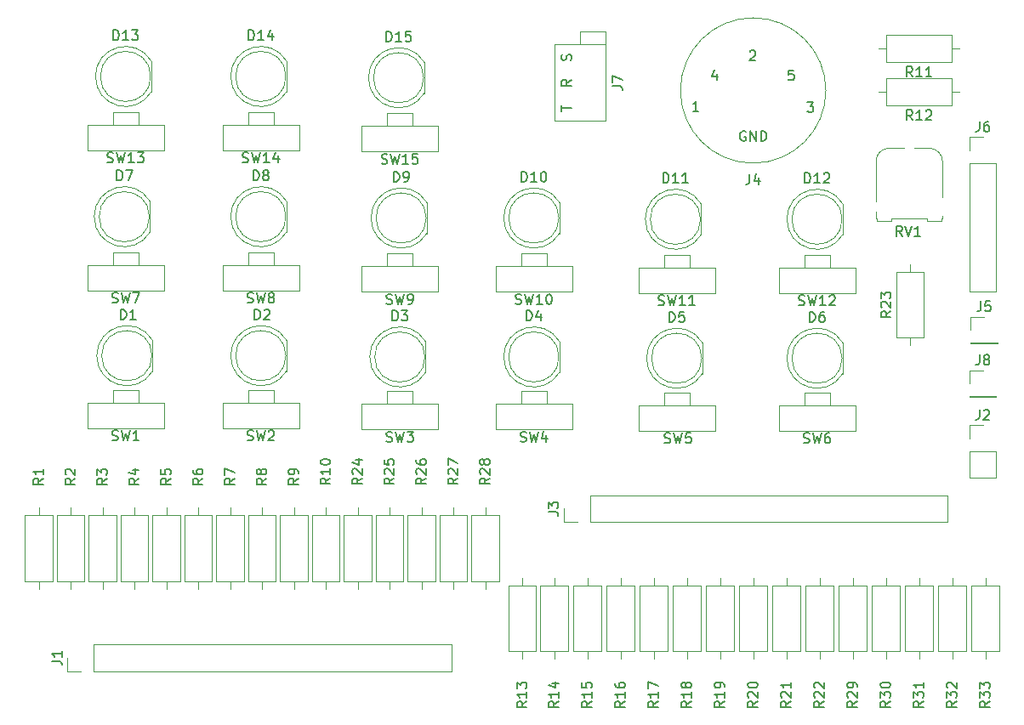
<source format=gto>
G04 #@! TF.GenerationSoftware,KiCad,Pcbnew,(5.1.4-0-10_14)*
G04 #@! TF.CreationDate,2019-09-25T10:25:20-05:00*
G04 #@! TF.ProjectId,midi_footswitch,6d696469-5f66-46f6-9f74-737769746368,rev?*
G04 #@! TF.SameCoordinates,Original*
G04 #@! TF.FileFunction,Legend,Top*
G04 #@! TF.FilePolarity,Positive*
%FSLAX46Y46*%
G04 Gerber Fmt 4.6, Leading zero omitted, Abs format (unit mm)*
G04 Created by KiCad (PCBNEW (5.1.4-0-10_14)) date 2019-09-25 10:25:20*
%MOMM*%
%LPD*%
G04 APERTURE LIST*
%ADD10C,0.120000*%
%ADD11C,0.150000*%
G04 APERTURE END LIST*
D10*
X108406000Y-36716000D02*
X106986000Y-36716000D01*
X106986000Y-36516000D02*
X103406000Y-36516000D01*
X103406000Y-36516000D02*
X103406000Y-36716000D01*
X103406000Y-36716000D02*
X101986000Y-36716000D01*
X101986000Y-36716000D02*
X101986000Y-36516000D01*
X105706000Y-29496000D02*
X107196000Y-29496000D01*
X108506000Y-30806000D02*
X108506000Y-34346000D01*
X101886000Y-34786000D02*
X101886000Y-30806000D01*
X103196000Y-29496000D02*
X104686000Y-29496000D01*
X107196000Y-29496000D02*
G75*
G02X108506000Y-30806000I0J-1310000D01*
G01*
X101886000Y-30806000D02*
G75*
G02X103196000Y-29496000I1310000J0D01*
G01*
X106986000Y-36516000D02*
X106986000Y-36716000D01*
X108406000Y-36716000D02*
X108406000Y-36516000D01*
X108406000Y-36516000D02*
X108506000Y-36516000D01*
X108506000Y-36516000D02*
X108506000Y-36266000D01*
X101986000Y-36516000D02*
X101886000Y-36516000D01*
X101886000Y-36516000D02*
X101886000Y-35826000D01*
X96902114Y-23749000D02*
G75*
G03X96902114Y-23749000I-7240114J0D01*
G01*
X24315000Y-50164538D02*
G75*
G03X29865000Y-51709830I2990000J-462D01*
G01*
X24315000Y-50165462D02*
G75*
G02X29865000Y-48620170I2990000J462D01*
G01*
X29805000Y-50165000D02*
G75*
G03X29805000Y-50165000I-2500000J0D01*
G01*
X29865000Y-51710000D02*
X29865000Y-48620000D01*
X37650000Y-50164538D02*
G75*
G03X43200000Y-51709830I2990000J-462D01*
G01*
X37650000Y-50165462D02*
G75*
G02X43200000Y-48620170I2990000J462D01*
G01*
X43140000Y-50165000D02*
G75*
G03X43140000Y-50165000I-2500000J0D01*
G01*
X43200000Y-51710000D02*
X43200000Y-48620000D01*
X57043000Y-51837000D02*
X57043000Y-48747000D01*
X56983000Y-50292000D02*
G75*
G03X56983000Y-50292000I-2500000J0D01*
G01*
X51493000Y-50292462D02*
G75*
G02X57043000Y-48747170I2990000J462D01*
G01*
X51493000Y-50291538D02*
G75*
G03X57043000Y-51836830I2990000J-462D01*
G01*
X64828000Y-50291538D02*
G75*
G03X70378000Y-51836830I2990000J-462D01*
G01*
X64828000Y-50292462D02*
G75*
G02X70378000Y-48747170I2990000J462D01*
G01*
X70318000Y-50292000D02*
G75*
G03X70318000Y-50292000I-2500000J0D01*
G01*
X70378000Y-51837000D02*
X70378000Y-48747000D01*
X79052000Y-50418538D02*
G75*
G03X84602000Y-51963830I2990000J-462D01*
G01*
X79052000Y-50419462D02*
G75*
G02X84602000Y-48874170I2990000J462D01*
G01*
X84542000Y-50419000D02*
G75*
G03X84542000Y-50419000I-2500000J0D01*
G01*
X84602000Y-51964000D02*
X84602000Y-48874000D01*
X98572000Y-51964000D02*
X98572000Y-48874000D01*
X98512000Y-50419000D02*
G75*
G03X98512000Y-50419000I-2500000J0D01*
G01*
X93022000Y-50419462D02*
G75*
G02X98572000Y-48874170I2990000J462D01*
G01*
X93022000Y-50418538D02*
G75*
G03X98572000Y-51963830I2990000J-462D01*
G01*
X29611000Y-37867000D02*
X29611000Y-34777000D01*
X29551000Y-36322000D02*
G75*
G03X29551000Y-36322000I-2500000J0D01*
G01*
X24061000Y-36322462D02*
G75*
G02X29611000Y-34777170I2990000J462D01*
G01*
X24061000Y-36321538D02*
G75*
G03X29611000Y-37866830I2990000J-462D01*
G01*
X43200000Y-37867000D02*
X43200000Y-34777000D01*
X43140000Y-36322000D02*
G75*
G03X43140000Y-36322000I-2500000J0D01*
G01*
X37650000Y-36322462D02*
G75*
G02X43200000Y-34777170I2990000J462D01*
G01*
X37650000Y-36321538D02*
G75*
G03X43200000Y-37866830I2990000J-462D01*
G01*
X51620000Y-36448538D02*
G75*
G03X57170000Y-37993830I2990000J-462D01*
G01*
X51620000Y-36449462D02*
G75*
G02X57170000Y-34904170I2990000J462D01*
G01*
X57110000Y-36449000D02*
G75*
G03X57110000Y-36449000I-2500000J0D01*
G01*
X57170000Y-37994000D02*
X57170000Y-34904000D01*
X70378000Y-37994000D02*
X70378000Y-34904000D01*
X70318000Y-36449000D02*
G75*
G03X70318000Y-36449000I-2500000J0D01*
G01*
X64828000Y-36449462D02*
G75*
G02X70378000Y-34904170I2990000J462D01*
G01*
X64828000Y-36448538D02*
G75*
G03X70378000Y-37993830I2990000J-462D01*
G01*
X84475000Y-38121000D02*
X84475000Y-35031000D01*
X84415000Y-36576000D02*
G75*
G03X84415000Y-36576000I-2500000J0D01*
G01*
X78925000Y-36576462D02*
G75*
G02X84475000Y-35031170I2990000J462D01*
G01*
X78925000Y-36575538D02*
G75*
G03X84475000Y-38120830I2990000J-462D01*
G01*
X93022000Y-36575538D02*
G75*
G03X98572000Y-38120830I2990000J-462D01*
G01*
X93022000Y-36576462D02*
G75*
G02X98572000Y-35031170I2990000J462D01*
G01*
X98512000Y-36576000D02*
G75*
G03X98512000Y-36576000I-2500000J0D01*
G01*
X98572000Y-38121000D02*
X98572000Y-35031000D01*
X24188000Y-22351538D02*
G75*
G03X29738000Y-23896830I2990000J-462D01*
G01*
X24188000Y-22352462D02*
G75*
G02X29738000Y-20807170I2990000J462D01*
G01*
X29678000Y-22352000D02*
G75*
G03X29678000Y-22352000I-2500000J0D01*
G01*
X29738000Y-23897000D02*
X29738000Y-20807000D01*
X37650000Y-22351538D02*
G75*
G03X43200000Y-23896830I2990000J-462D01*
G01*
X37650000Y-22352462D02*
G75*
G02X43200000Y-20807170I2990000J462D01*
G01*
X43140000Y-22352000D02*
G75*
G03X43140000Y-22352000I-2500000J0D01*
G01*
X43200000Y-23897000D02*
X43200000Y-20807000D01*
X56916000Y-24024000D02*
X56916000Y-20934000D01*
X56856000Y-22479000D02*
G75*
G03X56856000Y-22479000I-2500000J0D01*
G01*
X51366000Y-22479462D02*
G75*
G02X56916000Y-20934170I2990000J462D01*
G01*
X51366000Y-22478538D02*
G75*
G03X56916000Y-24023830I2990000J-462D01*
G01*
X21403000Y-81594000D02*
X21403000Y-80264000D01*
X22733000Y-81594000D02*
X21403000Y-81594000D01*
X24003000Y-81594000D02*
X24003000Y-78934000D01*
X24003000Y-78934000D02*
X59623000Y-78934000D01*
X24003000Y-81594000D02*
X59623000Y-81594000D01*
X59623000Y-81594000D02*
X59623000Y-78934000D01*
X111192000Y-57090000D02*
X112522000Y-57090000D01*
X111192000Y-58420000D02*
X111192000Y-57090000D01*
X111192000Y-59690000D02*
X113852000Y-59690000D01*
X113852000Y-59690000D02*
X113852000Y-62290000D01*
X111192000Y-59690000D02*
X111192000Y-62290000D01*
X111192000Y-62290000D02*
X113852000Y-62290000D01*
X109026000Y-66735000D02*
X109026000Y-64075000D01*
X73406000Y-66735000D02*
X109026000Y-66735000D01*
X73406000Y-64075000D02*
X109026000Y-64075000D01*
X73406000Y-66735000D02*
X73406000Y-64075000D01*
X72136000Y-66735000D02*
X70806000Y-66735000D01*
X70806000Y-66735000D02*
X70806000Y-65405000D01*
X111319000Y-48955000D02*
X113979000Y-48955000D01*
X111319000Y-48895000D02*
X111319000Y-48955000D01*
X113979000Y-48895000D02*
X113979000Y-48955000D01*
X111319000Y-48895000D02*
X113979000Y-48895000D01*
X111319000Y-47625000D02*
X111319000Y-46295000D01*
X111319000Y-46295000D02*
X112649000Y-46295000D01*
X111192000Y-28388000D02*
X112522000Y-28388000D01*
X111192000Y-29718000D02*
X111192000Y-28388000D01*
X111192000Y-30988000D02*
X113852000Y-30988000D01*
X113852000Y-30988000D02*
X113852000Y-43748000D01*
X111192000Y-30988000D02*
X111192000Y-43748000D01*
X111192000Y-43748000D02*
X113852000Y-43748000D01*
X74930000Y-17907000D02*
X74930000Y-19177000D01*
X72390000Y-17907000D02*
X74930000Y-17907000D01*
X72390000Y-19177000D02*
X72390000Y-17907000D01*
X69850000Y-19177000D02*
X69850000Y-26797000D01*
X74930000Y-19177000D02*
X69850000Y-19177000D01*
X74930000Y-26797000D02*
X74930000Y-19177000D01*
X69850000Y-26797000D02*
X74930000Y-26797000D01*
X111192000Y-51629000D02*
X112522000Y-51629000D01*
X111192000Y-52959000D02*
X111192000Y-51629000D01*
X111192000Y-54229000D02*
X113852000Y-54229000D01*
X113852000Y-54229000D02*
X113852000Y-54289000D01*
X111192000Y-54229000D02*
X111192000Y-54289000D01*
X111192000Y-54289000D02*
X113852000Y-54289000D01*
X19912000Y-66072000D02*
X17172000Y-66072000D01*
X17172000Y-66072000D02*
X17172000Y-72612000D01*
X17172000Y-72612000D02*
X19912000Y-72612000D01*
X19912000Y-72612000D02*
X19912000Y-66072000D01*
X18542000Y-65302000D02*
X18542000Y-66072000D01*
X18542000Y-73382000D02*
X18542000Y-72612000D01*
X21717000Y-73382000D02*
X21717000Y-72612000D01*
X21717000Y-65302000D02*
X21717000Y-66072000D01*
X23087000Y-72612000D02*
X23087000Y-66072000D01*
X20347000Y-72612000D02*
X23087000Y-72612000D01*
X20347000Y-66072000D02*
X20347000Y-72612000D01*
X23087000Y-66072000D02*
X20347000Y-66072000D01*
X26262000Y-66072000D02*
X23522000Y-66072000D01*
X23522000Y-66072000D02*
X23522000Y-72612000D01*
X23522000Y-72612000D02*
X26262000Y-72612000D01*
X26262000Y-72612000D02*
X26262000Y-66072000D01*
X24892000Y-65302000D02*
X24892000Y-66072000D01*
X24892000Y-73382000D02*
X24892000Y-72612000D01*
X28067000Y-73382000D02*
X28067000Y-72612000D01*
X28067000Y-65302000D02*
X28067000Y-66072000D01*
X29437000Y-72612000D02*
X29437000Y-66072000D01*
X26697000Y-72612000D02*
X29437000Y-72612000D01*
X26697000Y-66072000D02*
X26697000Y-72612000D01*
X29437000Y-66072000D02*
X26697000Y-66072000D01*
X32612000Y-66072000D02*
X29872000Y-66072000D01*
X29872000Y-66072000D02*
X29872000Y-72612000D01*
X29872000Y-72612000D02*
X32612000Y-72612000D01*
X32612000Y-72612000D02*
X32612000Y-66072000D01*
X31242000Y-65302000D02*
X31242000Y-66072000D01*
X31242000Y-73382000D02*
X31242000Y-72612000D01*
X34417000Y-73382000D02*
X34417000Y-72612000D01*
X34417000Y-65302000D02*
X34417000Y-66072000D01*
X35787000Y-72612000D02*
X35787000Y-66072000D01*
X33047000Y-72612000D02*
X35787000Y-72612000D01*
X33047000Y-66072000D02*
X33047000Y-72612000D01*
X35787000Y-66072000D02*
X33047000Y-66072000D01*
X38962000Y-66072000D02*
X36222000Y-66072000D01*
X36222000Y-66072000D02*
X36222000Y-72612000D01*
X36222000Y-72612000D02*
X38962000Y-72612000D01*
X38962000Y-72612000D02*
X38962000Y-66072000D01*
X37592000Y-65302000D02*
X37592000Y-66072000D01*
X37592000Y-73382000D02*
X37592000Y-72612000D01*
X40767000Y-73382000D02*
X40767000Y-72612000D01*
X40767000Y-65302000D02*
X40767000Y-66072000D01*
X42137000Y-72612000D02*
X42137000Y-66072000D01*
X39397000Y-72612000D02*
X42137000Y-72612000D01*
X39397000Y-66072000D02*
X39397000Y-72612000D01*
X42137000Y-66072000D02*
X39397000Y-66072000D01*
X45312000Y-66072000D02*
X42572000Y-66072000D01*
X42572000Y-66072000D02*
X42572000Y-72612000D01*
X42572000Y-72612000D02*
X45312000Y-72612000D01*
X45312000Y-72612000D02*
X45312000Y-66072000D01*
X43942000Y-65302000D02*
X43942000Y-66072000D01*
X43942000Y-73382000D02*
X43942000Y-72612000D01*
X47117000Y-73382000D02*
X47117000Y-72612000D01*
X47117000Y-65302000D02*
X47117000Y-66072000D01*
X48487000Y-72612000D02*
X48487000Y-66072000D01*
X45747000Y-72612000D02*
X48487000Y-72612000D01*
X45747000Y-66072000D02*
X45747000Y-72612000D01*
X48487000Y-66072000D02*
X45747000Y-66072000D01*
X109442000Y-20928000D02*
X109442000Y-18188000D01*
X109442000Y-18188000D02*
X102902000Y-18188000D01*
X102902000Y-18188000D02*
X102902000Y-20928000D01*
X102902000Y-20928000D02*
X109442000Y-20928000D01*
X110212000Y-19558000D02*
X109442000Y-19558000D01*
X102132000Y-19558000D02*
X102902000Y-19558000D01*
X102132000Y-23876000D02*
X102902000Y-23876000D01*
X110212000Y-23876000D02*
X109442000Y-23876000D01*
X102902000Y-25246000D02*
X109442000Y-25246000D01*
X102902000Y-22506000D02*
X102902000Y-25246000D01*
X109442000Y-22506000D02*
X102902000Y-22506000D01*
X109442000Y-25246000D02*
X109442000Y-22506000D01*
X68045000Y-73057000D02*
X65305000Y-73057000D01*
X65305000Y-73057000D02*
X65305000Y-79597000D01*
X65305000Y-79597000D02*
X68045000Y-79597000D01*
X68045000Y-79597000D02*
X68045000Y-73057000D01*
X66675000Y-72287000D02*
X66675000Y-73057000D01*
X66675000Y-80367000D02*
X66675000Y-79597000D01*
X71220000Y-73057000D02*
X68480000Y-73057000D01*
X68480000Y-73057000D02*
X68480000Y-79597000D01*
X68480000Y-79597000D02*
X71220000Y-79597000D01*
X71220000Y-79597000D02*
X71220000Y-73057000D01*
X69850000Y-72287000D02*
X69850000Y-73057000D01*
X69850000Y-80367000D02*
X69850000Y-79597000D01*
X74522000Y-73057000D02*
X71782000Y-73057000D01*
X71782000Y-73057000D02*
X71782000Y-79597000D01*
X71782000Y-79597000D02*
X74522000Y-79597000D01*
X74522000Y-79597000D02*
X74522000Y-73057000D01*
X73152000Y-72287000D02*
X73152000Y-73057000D01*
X73152000Y-80367000D02*
X73152000Y-79597000D01*
X77824000Y-73057000D02*
X75084000Y-73057000D01*
X75084000Y-73057000D02*
X75084000Y-79597000D01*
X75084000Y-79597000D02*
X77824000Y-79597000D01*
X77824000Y-79597000D02*
X77824000Y-73057000D01*
X76454000Y-72287000D02*
X76454000Y-73057000D01*
X76454000Y-80367000D02*
X76454000Y-79597000D01*
X79756000Y-80367000D02*
X79756000Y-79597000D01*
X79756000Y-72287000D02*
X79756000Y-73057000D01*
X81126000Y-79597000D02*
X81126000Y-73057000D01*
X78386000Y-79597000D02*
X81126000Y-79597000D01*
X78386000Y-73057000D02*
X78386000Y-79597000D01*
X81126000Y-73057000D02*
X78386000Y-73057000D01*
X83058000Y-80367000D02*
X83058000Y-79597000D01*
X83058000Y-72287000D02*
X83058000Y-73057000D01*
X84428000Y-79597000D02*
X84428000Y-73057000D01*
X81688000Y-79597000D02*
X84428000Y-79597000D01*
X81688000Y-73057000D02*
X81688000Y-79597000D01*
X84428000Y-73057000D02*
X81688000Y-73057000D01*
X87730000Y-73057000D02*
X84990000Y-73057000D01*
X84990000Y-73057000D02*
X84990000Y-79597000D01*
X84990000Y-79597000D02*
X87730000Y-79597000D01*
X87730000Y-79597000D02*
X87730000Y-73057000D01*
X86360000Y-72287000D02*
X86360000Y-73057000D01*
X86360000Y-80367000D02*
X86360000Y-79597000D01*
X89662000Y-80367000D02*
X89662000Y-79597000D01*
X89662000Y-72287000D02*
X89662000Y-73057000D01*
X91032000Y-79597000D02*
X91032000Y-73057000D01*
X88292000Y-79597000D02*
X91032000Y-79597000D01*
X88292000Y-73057000D02*
X88292000Y-79597000D01*
X91032000Y-73057000D02*
X88292000Y-73057000D01*
X94334000Y-73057000D02*
X91594000Y-73057000D01*
X91594000Y-73057000D02*
X91594000Y-79597000D01*
X91594000Y-79597000D02*
X94334000Y-79597000D01*
X94334000Y-79597000D02*
X94334000Y-73057000D01*
X92964000Y-72287000D02*
X92964000Y-73057000D01*
X92964000Y-80367000D02*
X92964000Y-79597000D01*
X96266000Y-80367000D02*
X96266000Y-79597000D01*
X96266000Y-72287000D02*
X96266000Y-73057000D01*
X97636000Y-79597000D02*
X97636000Y-73057000D01*
X94896000Y-79597000D02*
X97636000Y-79597000D01*
X94896000Y-73057000D02*
X94896000Y-79597000D01*
X97636000Y-73057000D02*
X94896000Y-73057000D01*
X105283000Y-41045000D02*
X105283000Y-41815000D01*
X105283000Y-49125000D02*
X105283000Y-48355000D01*
X103913000Y-41815000D02*
X103913000Y-48355000D01*
X106653000Y-41815000D02*
X103913000Y-41815000D01*
X106653000Y-48355000D02*
X106653000Y-41815000D01*
X103913000Y-48355000D02*
X106653000Y-48355000D01*
X51662000Y-66072000D02*
X48922000Y-66072000D01*
X48922000Y-66072000D02*
X48922000Y-72612000D01*
X48922000Y-72612000D02*
X51662000Y-72612000D01*
X51662000Y-72612000D02*
X51662000Y-66072000D01*
X50292000Y-65302000D02*
X50292000Y-66072000D01*
X50292000Y-73382000D02*
X50292000Y-72612000D01*
X54837000Y-66072000D02*
X52097000Y-66072000D01*
X52097000Y-66072000D02*
X52097000Y-72612000D01*
X52097000Y-72612000D02*
X54837000Y-72612000D01*
X54837000Y-72612000D02*
X54837000Y-66072000D01*
X53467000Y-65302000D02*
X53467000Y-66072000D01*
X53467000Y-73382000D02*
X53467000Y-72612000D01*
X58012000Y-66072000D02*
X55272000Y-66072000D01*
X55272000Y-66072000D02*
X55272000Y-72612000D01*
X55272000Y-72612000D02*
X58012000Y-72612000D01*
X58012000Y-72612000D02*
X58012000Y-66072000D01*
X56642000Y-65302000D02*
X56642000Y-66072000D01*
X56642000Y-73382000D02*
X56642000Y-72612000D01*
X59817000Y-73382000D02*
X59817000Y-72612000D01*
X59817000Y-65302000D02*
X59817000Y-66072000D01*
X61187000Y-72612000D02*
X61187000Y-66072000D01*
X58447000Y-72612000D02*
X61187000Y-72612000D01*
X58447000Y-66072000D02*
X58447000Y-72612000D01*
X61187000Y-66072000D02*
X58447000Y-66072000D01*
X62992000Y-73382000D02*
X62992000Y-72612000D01*
X62992000Y-65302000D02*
X62992000Y-66072000D01*
X64362000Y-72612000D02*
X64362000Y-66072000D01*
X61622000Y-72612000D02*
X64362000Y-72612000D01*
X61622000Y-66072000D02*
X61622000Y-72612000D01*
X64362000Y-66072000D02*
X61622000Y-66072000D01*
X99568000Y-80367000D02*
X99568000Y-79597000D01*
X99568000Y-72287000D02*
X99568000Y-73057000D01*
X100938000Y-79597000D02*
X100938000Y-73057000D01*
X98198000Y-79597000D02*
X100938000Y-79597000D01*
X98198000Y-73057000D02*
X98198000Y-79597000D01*
X100938000Y-73057000D02*
X98198000Y-73057000D01*
X102870000Y-80367000D02*
X102870000Y-79597000D01*
X102870000Y-72287000D02*
X102870000Y-73057000D01*
X104240000Y-79597000D02*
X104240000Y-73057000D01*
X101500000Y-79597000D02*
X104240000Y-79597000D01*
X101500000Y-73057000D02*
X101500000Y-79597000D01*
X104240000Y-73057000D02*
X101500000Y-73057000D01*
X106172000Y-80367000D02*
X106172000Y-79597000D01*
X106172000Y-72287000D02*
X106172000Y-73057000D01*
X107542000Y-79597000D02*
X107542000Y-73057000D01*
X104802000Y-79597000D02*
X107542000Y-79597000D01*
X104802000Y-73057000D02*
X104802000Y-79597000D01*
X107542000Y-73057000D02*
X104802000Y-73057000D01*
X110844000Y-73057000D02*
X108104000Y-73057000D01*
X108104000Y-73057000D02*
X108104000Y-79597000D01*
X108104000Y-79597000D02*
X110844000Y-79597000D01*
X110844000Y-79597000D02*
X110844000Y-73057000D01*
X109474000Y-72287000D02*
X109474000Y-73057000D01*
X109474000Y-80367000D02*
X109474000Y-79597000D01*
X112776000Y-80367000D02*
X112776000Y-79597000D01*
X112776000Y-72287000D02*
X112776000Y-73057000D01*
X114146000Y-79597000D02*
X114146000Y-73057000D01*
X111406000Y-79597000D02*
X114146000Y-79597000D01*
X111406000Y-73057000D02*
X111406000Y-79597000D01*
X114146000Y-73057000D02*
X111406000Y-73057000D01*
X28448000Y-53594000D02*
X28448000Y-54864000D01*
X25908000Y-53594000D02*
X28448000Y-53594000D01*
X25908000Y-54864000D02*
X25908000Y-53594000D01*
X30988000Y-54864000D02*
X23368000Y-54864000D01*
X30988000Y-57404000D02*
X30988000Y-54864000D01*
X23368000Y-57404000D02*
X30988000Y-57404000D01*
X23368000Y-54864000D02*
X23368000Y-57404000D01*
X36830000Y-54864000D02*
X36830000Y-57404000D01*
X36830000Y-57404000D02*
X44450000Y-57404000D01*
X44450000Y-57404000D02*
X44450000Y-54864000D01*
X44450000Y-54864000D02*
X36830000Y-54864000D01*
X39370000Y-54864000D02*
X39370000Y-53594000D01*
X39370000Y-53594000D02*
X41910000Y-53594000D01*
X41910000Y-53594000D02*
X41910000Y-54864000D01*
X55753000Y-53721000D02*
X55753000Y-54991000D01*
X53213000Y-53721000D02*
X55753000Y-53721000D01*
X53213000Y-54991000D02*
X53213000Y-53721000D01*
X58293000Y-54991000D02*
X50673000Y-54991000D01*
X58293000Y-57531000D02*
X58293000Y-54991000D01*
X50673000Y-57531000D02*
X58293000Y-57531000D01*
X50673000Y-54991000D02*
X50673000Y-57531000D01*
X64008000Y-54991000D02*
X64008000Y-57531000D01*
X64008000Y-57531000D02*
X71628000Y-57531000D01*
X71628000Y-57531000D02*
X71628000Y-54991000D01*
X71628000Y-54991000D02*
X64008000Y-54991000D01*
X66548000Y-54991000D02*
X66548000Y-53721000D01*
X66548000Y-53721000D02*
X69088000Y-53721000D01*
X69088000Y-53721000D02*
X69088000Y-54991000D01*
X83312000Y-53848000D02*
X83312000Y-55118000D01*
X80772000Y-53848000D02*
X83312000Y-53848000D01*
X80772000Y-55118000D02*
X80772000Y-53848000D01*
X85852000Y-55118000D02*
X78232000Y-55118000D01*
X85852000Y-57658000D02*
X85852000Y-55118000D01*
X78232000Y-57658000D02*
X85852000Y-57658000D01*
X78232000Y-55118000D02*
X78232000Y-57658000D01*
X97282000Y-53848000D02*
X97282000Y-55118000D01*
X94742000Y-53848000D02*
X97282000Y-53848000D01*
X94742000Y-55118000D02*
X94742000Y-53848000D01*
X99822000Y-55118000D02*
X92202000Y-55118000D01*
X99822000Y-57658000D02*
X99822000Y-55118000D01*
X92202000Y-57658000D02*
X99822000Y-57658000D01*
X92202000Y-55118000D02*
X92202000Y-57658000D01*
X28448000Y-39878000D02*
X28448000Y-41148000D01*
X25908000Y-39878000D02*
X28448000Y-39878000D01*
X25908000Y-41148000D02*
X25908000Y-39878000D01*
X30988000Y-41148000D02*
X23368000Y-41148000D01*
X30988000Y-43688000D02*
X30988000Y-41148000D01*
X23368000Y-43688000D02*
X30988000Y-43688000D01*
X23368000Y-41148000D02*
X23368000Y-43688000D01*
X41910000Y-39878000D02*
X41910000Y-41148000D01*
X39370000Y-39878000D02*
X41910000Y-39878000D01*
X39370000Y-41148000D02*
X39370000Y-39878000D01*
X44450000Y-41148000D02*
X36830000Y-41148000D01*
X44450000Y-43688000D02*
X44450000Y-41148000D01*
X36830000Y-43688000D02*
X44450000Y-43688000D01*
X36830000Y-41148000D02*
X36830000Y-43688000D01*
X50673000Y-41275000D02*
X50673000Y-43815000D01*
X50673000Y-43815000D02*
X58293000Y-43815000D01*
X58293000Y-43815000D02*
X58293000Y-41275000D01*
X58293000Y-41275000D02*
X50673000Y-41275000D01*
X53213000Y-41275000D02*
X53213000Y-40005000D01*
X53213000Y-40005000D02*
X55753000Y-40005000D01*
X55753000Y-40005000D02*
X55753000Y-41275000D01*
X69088000Y-40005000D02*
X69088000Y-41275000D01*
X66548000Y-40005000D02*
X69088000Y-40005000D01*
X66548000Y-41275000D02*
X66548000Y-40005000D01*
X71628000Y-41275000D02*
X64008000Y-41275000D01*
X71628000Y-43815000D02*
X71628000Y-41275000D01*
X64008000Y-43815000D02*
X71628000Y-43815000D01*
X64008000Y-41275000D02*
X64008000Y-43815000D01*
X83312000Y-40132000D02*
X83312000Y-41402000D01*
X80772000Y-40132000D02*
X83312000Y-40132000D01*
X80772000Y-41402000D02*
X80772000Y-40132000D01*
X85852000Y-41402000D02*
X78232000Y-41402000D01*
X85852000Y-43942000D02*
X85852000Y-41402000D01*
X78232000Y-43942000D02*
X85852000Y-43942000D01*
X78232000Y-41402000D02*
X78232000Y-43942000D01*
X92202000Y-41402000D02*
X92202000Y-43942000D01*
X92202000Y-43942000D02*
X99822000Y-43942000D01*
X99822000Y-43942000D02*
X99822000Y-41402000D01*
X99822000Y-41402000D02*
X92202000Y-41402000D01*
X94742000Y-41402000D02*
X94742000Y-40132000D01*
X94742000Y-40132000D02*
X97282000Y-40132000D01*
X97282000Y-40132000D02*
X97282000Y-41402000D01*
X23368000Y-27178000D02*
X23368000Y-29718000D01*
X23368000Y-29718000D02*
X30988000Y-29718000D01*
X30988000Y-29718000D02*
X30988000Y-27178000D01*
X30988000Y-27178000D02*
X23368000Y-27178000D01*
X25908000Y-27178000D02*
X25908000Y-25908000D01*
X25908000Y-25908000D02*
X28448000Y-25908000D01*
X28448000Y-25908000D02*
X28448000Y-27178000D01*
X36830000Y-27178000D02*
X36830000Y-29718000D01*
X36830000Y-29718000D02*
X44450000Y-29718000D01*
X44450000Y-29718000D02*
X44450000Y-27178000D01*
X44450000Y-27178000D02*
X36830000Y-27178000D01*
X39370000Y-27178000D02*
X39370000Y-25908000D01*
X39370000Y-25908000D02*
X41910000Y-25908000D01*
X41910000Y-25908000D02*
X41910000Y-27178000D01*
X55753000Y-26035000D02*
X55753000Y-27305000D01*
X53213000Y-26035000D02*
X55753000Y-26035000D01*
X53213000Y-27305000D02*
X53213000Y-26035000D01*
X58293000Y-27305000D02*
X50673000Y-27305000D01*
X58293000Y-29845000D02*
X58293000Y-27305000D01*
X50673000Y-29845000D02*
X58293000Y-29845000D01*
X50673000Y-27305000D02*
X50673000Y-29845000D01*
D11*
X104500761Y-38258380D02*
X104167428Y-37782190D01*
X103929333Y-38258380D02*
X103929333Y-37258380D01*
X104310285Y-37258380D01*
X104405523Y-37306000D01*
X104453142Y-37353619D01*
X104500761Y-37448857D01*
X104500761Y-37591714D01*
X104453142Y-37686952D01*
X104405523Y-37734571D01*
X104310285Y-37782190D01*
X103929333Y-37782190D01*
X104786476Y-37258380D02*
X105119809Y-38258380D01*
X105453142Y-37258380D01*
X106310285Y-38258380D02*
X105738857Y-38258380D01*
X106024571Y-38258380D02*
X106024571Y-37258380D01*
X105929333Y-37401238D01*
X105834095Y-37496476D01*
X105738857Y-37544095D01*
X89315966Y-32091380D02*
X89315966Y-32805666D01*
X89268347Y-32948523D01*
X89173109Y-33043761D01*
X89030252Y-33091380D01*
X88935014Y-33091380D01*
X90220728Y-32424714D02*
X90220728Y-33091380D01*
X89982633Y-32043761D02*
X89744538Y-32758047D01*
X90363585Y-32758047D01*
X84232714Y-25801580D02*
X83661285Y-25801580D01*
X83947000Y-25801580D02*
X83947000Y-24801580D01*
X83851761Y-24944438D01*
X83756523Y-25039676D01*
X83661285Y-25087295D01*
X86017076Y-22061514D02*
X86017076Y-22728180D01*
X85778980Y-21680561D02*
X85540885Y-22394847D01*
X86159933Y-22394847D01*
X89325485Y-19867619D02*
X89373104Y-19820000D01*
X89468342Y-19772380D01*
X89706438Y-19772380D01*
X89801676Y-19820000D01*
X89849295Y-19867619D01*
X89896914Y-19962857D01*
X89896914Y-20058095D01*
X89849295Y-20200952D01*
X89277866Y-20772380D01*
X89896914Y-20772380D01*
X93684695Y-21728180D02*
X93208504Y-21728180D01*
X93160885Y-22204371D01*
X93208504Y-22156752D01*
X93303742Y-22109133D01*
X93541838Y-22109133D01*
X93637076Y-22156752D01*
X93684695Y-22204371D01*
X93732314Y-22299609D01*
X93732314Y-22537704D01*
X93684695Y-22632942D01*
X93637076Y-22680561D01*
X93541838Y-22728180D01*
X93303742Y-22728180D01*
X93208504Y-22680561D01*
X93160885Y-22632942D01*
X95043666Y-24903180D02*
X95662714Y-24903180D01*
X95329380Y-25284133D01*
X95472238Y-25284133D01*
X95567476Y-25331752D01*
X95615095Y-25379371D01*
X95662714Y-25474609D01*
X95662714Y-25712704D01*
X95615095Y-25807942D01*
X95567476Y-25855561D01*
X95472238Y-25903180D01*
X95186523Y-25903180D01*
X95091285Y-25855561D01*
X95043666Y-25807942D01*
X88900095Y-27821000D02*
X88804857Y-27773380D01*
X88662000Y-27773380D01*
X88519142Y-27821000D01*
X88423904Y-27916238D01*
X88376285Y-28011476D01*
X88328666Y-28201952D01*
X88328666Y-28344809D01*
X88376285Y-28535285D01*
X88423904Y-28630523D01*
X88519142Y-28725761D01*
X88662000Y-28773380D01*
X88757238Y-28773380D01*
X88900095Y-28725761D01*
X88947714Y-28678142D01*
X88947714Y-28344809D01*
X88757238Y-28344809D01*
X89376285Y-28773380D02*
X89376285Y-27773380D01*
X89947714Y-28773380D01*
X89947714Y-27773380D01*
X90423904Y-28773380D02*
X90423904Y-27773380D01*
X90662000Y-27773380D01*
X90804857Y-27821000D01*
X90900095Y-27916238D01*
X90947714Y-28011476D01*
X90995333Y-28201952D01*
X90995333Y-28344809D01*
X90947714Y-28535285D01*
X90900095Y-28630523D01*
X90804857Y-28725761D01*
X90662000Y-28773380D01*
X90423904Y-28773380D01*
X26693904Y-46553380D02*
X26693904Y-45553380D01*
X26932000Y-45553380D01*
X27074857Y-45601000D01*
X27170095Y-45696238D01*
X27217714Y-45791476D01*
X27265333Y-45981952D01*
X27265333Y-46124809D01*
X27217714Y-46315285D01*
X27170095Y-46410523D01*
X27074857Y-46505761D01*
X26932000Y-46553380D01*
X26693904Y-46553380D01*
X28217714Y-46553380D02*
X27646285Y-46553380D01*
X27932000Y-46553380D02*
X27932000Y-45553380D01*
X27836761Y-45696238D01*
X27741523Y-45791476D01*
X27646285Y-45839095D01*
X40028904Y-46553380D02*
X40028904Y-45553380D01*
X40267000Y-45553380D01*
X40409857Y-45601000D01*
X40505095Y-45696238D01*
X40552714Y-45791476D01*
X40600333Y-45981952D01*
X40600333Y-46124809D01*
X40552714Y-46315285D01*
X40505095Y-46410523D01*
X40409857Y-46505761D01*
X40267000Y-46553380D01*
X40028904Y-46553380D01*
X40981285Y-45648619D02*
X41028904Y-45601000D01*
X41124142Y-45553380D01*
X41362238Y-45553380D01*
X41457476Y-45601000D01*
X41505095Y-45648619D01*
X41552714Y-45743857D01*
X41552714Y-45839095D01*
X41505095Y-45981952D01*
X40933666Y-46553380D01*
X41552714Y-46553380D01*
X53744904Y-46680380D02*
X53744904Y-45680380D01*
X53983000Y-45680380D01*
X54125857Y-45728000D01*
X54221095Y-45823238D01*
X54268714Y-45918476D01*
X54316333Y-46108952D01*
X54316333Y-46251809D01*
X54268714Y-46442285D01*
X54221095Y-46537523D01*
X54125857Y-46632761D01*
X53983000Y-46680380D01*
X53744904Y-46680380D01*
X54649666Y-45680380D02*
X55268714Y-45680380D01*
X54935380Y-46061333D01*
X55078238Y-46061333D01*
X55173476Y-46108952D01*
X55221095Y-46156571D01*
X55268714Y-46251809D01*
X55268714Y-46489904D01*
X55221095Y-46585142D01*
X55173476Y-46632761D01*
X55078238Y-46680380D01*
X54792523Y-46680380D01*
X54697285Y-46632761D01*
X54649666Y-46585142D01*
X67079904Y-46680380D02*
X67079904Y-45680380D01*
X67318000Y-45680380D01*
X67460857Y-45728000D01*
X67556095Y-45823238D01*
X67603714Y-45918476D01*
X67651333Y-46108952D01*
X67651333Y-46251809D01*
X67603714Y-46442285D01*
X67556095Y-46537523D01*
X67460857Y-46632761D01*
X67318000Y-46680380D01*
X67079904Y-46680380D01*
X68508476Y-46013714D02*
X68508476Y-46680380D01*
X68270380Y-45632761D02*
X68032285Y-46347047D01*
X68651333Y-46347047D01*
X81303904Y-46807380D02*
X81303904Y-45807380D01*
X81542000Y-45807380D01*
X81684857Y-45855000D01*
X81780095Y-45950238D01*
X81827714Y-46045476D01*
X81875333Y-46235952D01*
X81875333Y-46378809D01*
X81827714Y-46569285D01*
X81780095Y-46664523D01*
X81684857Y-46759761D01*
X81542000Y-46807380D01*
X81303904Y-46807380D01*
X82780095Y-45807380D02*
X82303904Y-45807380D01*
X82256285Y-46283571D01*
X82303904Y-46235952D01*
X82399142Y-46188333D01*
X82637238Y-46188333D01*
X82732476Y-46235952D01*
X82780095Y-46283571D01*
X82827714Y-46378809D01*
X82827714Y-46616904D01*
X82780095Y-46712142D01*
X82732476Y-46759761D01*
X82637238Y-46807380D01*
X82399142Y-46807380D01*
X82303904Y-46759761D01*
X82256285Y-46712142D01*
X95273904Y-46807380D02*
X95273904Y-45807380D01*
X95512000Y-45807380D01*
X95654857Y-45855000D01*
X95750095Y-45950238D01*
X95797714Y-46045476D01*
X95845333Y-46235952D01*
X95845333Y-46378809D01*
X95797714Y-46569285D01*
X95750095Y-46664523D01*
X95654857Y-46759761D01*
X95512000Y-46807380D01*
X95273904Y-46807380D01*
X96702476Y-45807380D02*
X96512000Y-45807380D01*
X96416761Y-45855000D01*
X96369142Y-45902619D01*
X96273904Y-46045476D01*
X96226285Y-46235952D01*
X96226285Y-46616904D01*
X96273904Y-46712142D01*
X96321523Y-46759761D01*
X96416761Y-46807380D01*
X96607238Y-46807380D01*
X96702476Y-46759761D01*
X96750095Y-46712142D01*
X96797714Y-46616904D01*
X96797714Y-46378809D01*
X96750095Y-46283571D01*
X96702476Y-46235952D01*
X96607238Y-46188333D01*
X96416761Y-46188333D01*
X96321523Y-46235952D01*
X96273904Y-46283571D01*
X96226285Y-46378809D01*
X26312904Y-32710380D02*
X26312904Y-31710380D01*
X26551000Y-31710380D01*
X26693857Y-31758000D01*
X26789095Y-31853238D01*
X26836714Y-31948476D01*
X26884333Y-32138952D01*
X26884333Y-32281809D01*
X26836714Y-32472285D01*
X26789095Y-32567523D01*
X26693857Y-32662761D01*
X26551000Y-32710380D01*
X26312904Y-32710380D01*
X27217666Y-31710380D02*
X27884333Y-31710380D01*
X27455761Y-32710380D01*
X39901904Y-32710380D02*
X39901904Y-31710380D01*
X40140000Y-31710380D01*
X40282857Y-31758000D01*
X40378095Y-31853238D01*
X40425714Y-31948476D01*
X40473333Y-32138952D01*
X40473333Y-32281809D01*
X40425714Y-32472285D01*
X40378095Y-32567523D01*
X40282857Y-32662761D01*
X40140000Y-32710380D01*
X39901904Y-32710380D01*
X41044761Y-32138952D02*
X40949523Y-32091333D01*
X40901904Y-32043714D01*
X40854285Y-31948476D01*
X40854285Y-31900857D01*
X40901904Y-31805619D01*
X40949523Y-31758000D01*
X41044761Y-31710380D01*
X41235238Y-31710380D01*
X41330476Y-31758000D01*
X41378095Y-31805619D01*
X41425714Y-31900857D01*
X41425714Y-31948476D01*
X41378095Y-32043714D01*
X41330476Y-32091333D01*
X41235238Y-32138952D01*
X41044761Y-32138952D01*
X40949523Y-32186571D01*
X40901904Y-32234190D01*
X40854285Y-32329428D01*
X40854285Y-32519904D01*
X40901904Y-32615142D01*
X40949523Y-32662761D01*
X41044761Y-32710380D01*
X41235238Y-32710380D01*
X41330476Y-32662761D01*
X41378095Y-32615142D01*
X41425714Y-32519904D01*
X41425714Y-32329428D01*
X41378095Y-32234190D01*
X41330476Y-32186571D01*
X41235238Y-32138952D01*
X53871904Y-32837380D02*
X53871904Y-31837380D01*
X54110000Y-31837380D01*
X54252857Y-31885000D01*
X54348095Y-31980238D01*
X54395714Y-32075476D01*
X54443333Y-32265952D01*
X54443333Y-32408809D01*
X54395714Y-32599285D01*
X54348095Y-32694523D01*
X54252857Y-32789761D01*
X54110000Y-32837380D01*
X53871904Y-32837380D01*
X54919523Y-32837380D02*
X55110000Y-32837380D01*
X55205238Y-32789761D01*
X55252857Y-32742142D01*
X55348095Y-32599285D01*
X55395714Y-32408809D01*
X55395714Y-32027857D01*
X55348095Y-31932619D01*
X55300476Y-31885000D01*
X55205238Y-31837380D01*
X55014761Y-31837380D01*
X54919523Y-31885000D01*
X54871904Y-31932619D01*
X54824285Y-32027857D01*
X54824285Y-32265952D01*
X54871904Y-32361190D01*
X54919523Y-32408809D01*
X55014761Y-32456428D01*
X55205238Y-32456428D01*
X55300476Y-32408809D01*
X55348095Y-32361190D01*
X55395714Y-32265952D01*
X66603714Y-32837380D02*
X66603714Y-31837380D01*
X66841809Y-31837380D01*
X66984666Y-31885000D01*
X67079904Y-31980238D01*
X67127523Y-32075476D01*
X67175142Y-32265952D01*
X67175142Y-32408809D01*
X67127523Y-32599285D01*
X67079904Y-32694523D01*
X66984666Y-32789761D01*
X66841809Y-32837380D01*
X66603714Y-32837380D01*
X68127523Y-32837380D02*
X67556095Y-32837380D01*
X67841809Y-32837380D02*
X67841809Y-31837380D01*
X67746571Y-31980238D01*
X67651333Y-32075476D01*
X67556095Y-32123095D01*
X68746571Y-31837380D02*
X68841809Y-31837380D01*
X68937047Y-31885000D01*
X68984666Y-31932619D01*
X69032285Y-32027857D01*
X69079904Y-32218333D01*
X69079904Y-32456428D01*
X69032285Y-32646904D01*
X68984666Y-32742142D01*
X68937047Y-32789761D01*
X68841809Y-32837380D01*
X68746571Y-32837380D01*
X68651333Y-32789761D01*
X68603714Y-32742142D01*
X68556095Y-32646904D01*
X68508476Y-32456428D01*
X68508476Y-32218333D01*
X68556095Y-32027857D01*
X68603714Y-31932619D01*
X68651333Y-31885000D01*
X68746571Y-31837380D01*
X80700714Y-32964380D02*
X80700714Y-31964380D01*
X80938809Y-31964380D01*
X81081666Y-32012000D01*
X81176904Y-32107238D01*
X81224523Y-32202476D01*
X81272142Y-32392952D01*
X81272142Y-32535809D01*
X81224523Y-32726285D01*
X81176904Y-32821523D01*
X81081666Y-32916761D01*
X80938809Y-32964380D01*
X80700714Y-32964380D01*
X82224523Y-32964380D02*
X81653095Y-32964380D01*
X81938809Y-32964380D02*
X81938809Y-31964380D01*
X81843571Y-32107238D01*
X81748333Y-32202476D01*
X81653095Y-32250095D01*
X83176904Y-32964380D02*
X82605476Y-32964380D01*
X82891190Y-32964380D02*
X82891190Y-31964380D01*
X82795952Y-32107238D01*
X82700714Y-32202476D01*
X82605476Y-32250095D01*
X94797714Y-32964380D02*
X94797714Y-31964380D01*
X95035809Y-31964380D01*
X95178666Y-32012000D01*
X95273904Y-32107238D01*
X95321523Y-32202476D01*
X95369142Y-32392952D01*
X95369142Y-32535809D01*
X95321523Y-32726285D01*
X95273904Y-32821523D01*
X95178666Y-32916761D01*
X95035809Y-32964380D01*
X94797714Y-32964380D01*
X96321523Y-32964380D02*
X95750095Y-32964380D01*
X96035809Y-32964380D02*
X96035809Y-31964380D01*
X95940571Y-32107238D01*
X95845333Y-32202476D01*
X95750095Y-32250095D01*
X96702476Y-32059619D02*
X96750095Y-32012000D01*
X96845333Y-31964380D01*
X97083428Y-31964380D01*
X97178666Y-32012000D01*
X97226285Y-32059619D01*
X97273904Y-32154857D01*
X97273904Y-32250095D01*
X97226285Y-32392952D01*
X96654857Y-32964380D01*
X97273904Y-32964380D01*
X25963714Y-18740380D02*
X25963714Y-17740380D01*
X26201809Y-17740380D01*
X26344666Y-17788000D01*
X26439904Y-17883238D01*
X26487523Y-17978476D01*
X26535142Y-18168952D01*
X26535142Y-18311809D01*
X26487523Y-18502285D01*
X26439904Y-18597523D01*
X26344666Y-18692761D01*
X26201809Y-18740380D01*
X25963714Y-18740380D01*
X27487523Y-18740380D02*
X26916095Y-18740380D01*
X27201809Y-18740380D02*
X27201809Y-17740380D01*
X27106571Y-17883238D01*
X27011333Y-17978476D01*
X26916095Y-18026095D01*
X27820857Y-17740380D02*
X28439904Y-17740380D01*
X28106571Y-18121333D01*
X28249428Y-18121333D01*
X28344666Y-18168952D01*
X28392285Y-18216571D01*
X28439904Y-18311809D01*
X28439904Y-18549904D01*
X28392285Y-18645142D01*
X28344666Y-18692761D01*
X28249428Y-18740380D01*
X27963714Y-18740380D01*
X27868476Y-18692761D01*
X27820857Y-18645142D01*
X39425714Y-18740380D02*
X39425714Y-17740380D01*
X39663809Y-17740380D01*
X39806666Y-17788000D01*
X39901904Y-17883238D01*
X39949523Y-17978476D01*
X39997142Y-18168952D01*
X39997142Y-18311809D01*
X39949523Y-18502285D01*
X39901904Y-18597523D01*
X39806666Y-18692761D01*
X39663809Y-18740380D01*
X39425714Y-18740380D01*
X40949523Y-18740380D02*
X40378095Y-18740380D01*
X40663809Y-18740380D02*
X40663809Y-17740380D01*
X40568571Y-17883238D01*
X40473333Y-17978476D01*
X40378095Y-18026095D01*
X41806666Y-18073714D02*
X41806666Y-18740380D01*
X41568571Y-17692761D02*
X41330476Y-18407047D01*
X41949523Y-18407047D01*
X53141714Y-18867380D02*
X53141714Y-17867380D01*
X53379809Y-17867380D01*
X53522666Y-17915000D01*
X53617904Y-18010238D01*
X53665523Y-18105476D01*
X53713142Y-18295952D01*
X53713142Y-18438809D01*
X53665523Y-18629285D01*
X53617904Y-18724523D01*
X53522666Y-18819761D01*
X53379809Y-18867380D01*
X53141714Y-18867380D01*
X54665523Y-18867380D02*
X54094095Y-18867380D01*
X54379809Y-18867380D02*
X54379809Y-17867380D01*
X54284571Y-18010238D01*
X54189333Y-18105476D01*
X54094095Y-18153095D01*
X55570285Y-17867380D02*
X55094095Y-17867380D01*
X55046476Y-18343571D01*
X55094095Y-18295952D01*
X55189333Y-18248333D01*
X55427428Y-18248333D01*
X55522666Y-18295952D01*
X55570285Y-18343571D01*
X55617904Y-18438809D01*
X55617904Y-18676904D01*
X55570285Y-18772142D01*
X55522666Y-18819761D01*
X55427428Y-18867380D01*
X55189333Y-18867380D01*
X55094095Y-18819761D01*
X55046476Y-18772142D01*
X19855380Y-80597333D02*
X20569666Y-80597333D01*
X20712523Y-80644952D01*
X20807761Y-80740190D01*
X20855380Y-80883047D01*
X20855380Y-80978285D01*
X20855380Y-79597333D02*
X20855380Y-80168761D01*
X20855380Y-79883047D02*
X19855380Y-79883047D01*
X19998238Y-79978285D01*
X20093476Y-80073523D01*
X20141095Y-80168761D01*
X112188666Y-55542380D02*
X112188666Y-56256666D01*
X112141047Y-56399523D01*
X112045809Y-56494761D01*
X111902952Y-56542380D01*
X111807714Y-56542380D01*
X112617238Y-55637619D02*
X112664857Y-55590000D01*
X112760095Y-55542380D01*
X112998190Y-55542380D01*
X113093428Y-55590000D01*
X113141047Y-55637619D01*
X113188666Y-55732857D01*
X113188666Y-55828095D01*
X113141047Y-55970952D01*
X112569619Y-56542380D01*
X113188666Y-56542380D01*
X69258380Y-65738333D02*
X69972666Y-65738333D01*
X70115523Y-65785952D01*
X70210761Y-65881190D01*
X70258380Y-66024047D01*
X70258380Y-66119285D01*
X69258380Y-65357380D02*
X69258380Y-64738333D01*
X69639333Y-65071666D01*
X69639333Y-64928809D01*
X69686952Y-64833571D01*
X69734571Y-64785952D01*
X69829809Y-64738333D01*
X70067904Y-64738333D01*
X70163142Y-64785952D01*
X70210761Y-64833571D01*
X70258380Y-64928809D01*
X70258380Y-65214523D01*
X70210761Y-65309761D01*
X70163142Y-65357380D01*
X112315666Y-44747380D02*
X112315666Y-45461666D01*
X112268047Y-45604523D01*
X112172809Y-45699761D01*
X112029952Y-45747380D01*
X111934714Y-45747380D01*
X113268047Y-44747380D02*
X112791857Y-44747380D01*
X112744238Y-45223571D01*
X112791857Y-45175952D01*
X112887095Y-45128333D01*
X113125190Y-45128333D01*
X113220428Y-45175952D01*
X113268047Y-45223571D01*
X113315666Y-45318809D01*
X113315666Y-45556904D01*
X113268047Y-45652142D01*
X113220428Y-45699761D01*
X113125190Y-45747380D01*
X112887095Y-45747380D01*
X112791857Y-45699761D01*
X112744238Y-45652142D01*
X112188666Y-26840380D02*
X112188666Y-27554666D01*
X112141047Y-27697523D01*
X112045809Y-27792761D01*
X111902952Y-27840380D01*
X111807714Y-27840380D01*
X113093428Y-26840380D02*
X112902952Y-26840380D01*
X112807714Y-26888000D01*
X112760095Y-26935619D01*
X112664857Y-27078476D01*
X112617238Y-27268952D01*
X112617238Y-27649904D01*
X112664857Y-27745142D01*
X112712476Y-27792761D01*
X112807714Y-27840380D01*
X112998190Y-27840380D01*
X113093428Y-27792761D01*
X113141047Y-27745142D01*
X113188666Y-27649904D01*
X113188666Y-27411809D01*
X113141047Y-27316571D01*
X113093428Y-27268952D01*
X112998190Y-27221333D01*
X112807714Y-27221333D01*
X112712476Y-27268952D01*
X112664857Y-27316571D01*
X112617238Y-27411809D01*
X75652380Y-23320333D02*
X76366666Y-23320333D01*
X76509523Y-23367952D01*
X76604761Y-23463190D01*
X76652380Y-23606047D01*
X76652380Y-23701285D01*
X75652380Y-22939380D02*
X75652380Y-22272714D01*
X76652380Y-22701285D01*
X71524761Y-20732714D02*
X71572380Y-20589857D01*
X71572380Y-20351761D01*
X71524761Y-20256523D01*
X71477142Y-20208904D01*
X71381904Y-20161285D01*
X71286666Y-20161285D01*
X71191428Y-20208904D01*
X71143809Y-20256523D01*
X71096190Y-20351761D01*
X71048571Y-20542238D01*
X71000952Y-20637476D01*
X70953333Y-20685095D01*
X70858095Y-20732714D01*
X70762857Y-20732714D01*
X70667619Y-20685095D01*
X70620000Y-20637476D01*
X70572380Y-20542238D01*
X70572380Y-20304142D01*
X70620000Y-20161285D01*
X71572380Y-22677476D02*
X71096190Y-23010809D01*
X71572380Y-23248904D02*
X70572380Y-23248904D01*
X70572380Y-22867952D01*
X70620000Y-22772714D01*
X70667619Y-22725095D01*
X70762857Y-22677476D01*
X70905714Y-22677476D01*
X71000952Y-22725095D01*
X71048571Y-22772714D01*
X71096190Y-22867952D01*
X71096190Y-23248904D01*
X70572380Y-25812714D02*
X70572380Y-25241285D01*
X71572380Y-25527000D02*
X70572380Y-25527000D01*
X112188666Y-50081380D02*
X112188666Y-50795666D01*
X112141047Y-50938523D01*
X112045809Y-51033761D01*
X111902952Y-51081380D01*
X111807714Y-51081380D01*
X112807714Y-50509952D02*
X112712476Y-50462333D01*
X112664857Y-50414714D01*
X112617238Y-50319476D01*
X112617238Y-50271857D01*
X112664857Y-50176619D01*
X112712476Y-50129000D01*
X112807714Y-50081380D01*
X112998190Y-50081380D01*
X113093428Y-50129000D01*
X113141047Y-50176619D01*
X113188666Y-50271857D01*
X113188666Y-50319476D01*
X113141047Y-50414714D01*
X113093428Y-50462333D01*
X112998190Y-50509952D01*
X112807714Y-50509952D01*
X112712476Y-50557571D01*
X112664857Y-50605190D01*
X112617238Y-50700428D01*
X112617238Y-50890904D01*
X112664857Y-50986142D01*
X112712476Y-51033761D01*
X112807714Y-51081380D01*
X112998190Y-51081380D01*
X113093428Y-51033761D01*
X113141047Y-50986142D01*
X113188666Y-50890904D01*
X113188666Y-50700428D01*
X113141047Y-50605190D01*
X113093428Y-50557571D01*
X112998190Y-50509952D01*
X18994380Y-62396666D02*
X18518190Y-62730000D01*
X18994380Y-62968095D02*
X17994380Y-62968095D01*
X17994380Y-62587142D01*
X18042000Y-62491904D01*
X18089619Y-62444285D01*
X18184857Y-62396666D01*
X18327714Y-62396666D01*
X18422952Y-62444285D01*
X18470571Y-62491904D01*
X18518190Y-62587142D01*
X18518190Y-62968095D01*
X18994380Y-61444285D02*
X18994380Y-62015714D01*
X18994380Y-61730000D02*
X17994380Y-61730000D01*
X18137238Y-61825238D01*
X18232476Y-61920476D01*
X18280095Y-62015714D01*
X22169380Y-62396666D02*
X21693190Y-62730000D01*
X22169380Y-62968095D02*
X21169380Y-62968095D01*
X21169380Y-62587142D01*
X21217000Y-62491904D01*
X21264619Y-62444285D01*
X21359857Y-62396666D01*
X21502714Y-62396666D01*
X21597952Y-62444285D01*
X21645571Y-62491904D01*
X21693190Y-62587142D01*
X21693190Y-62968095D01*
X21264619Y-62015714D02*
X21217000Y-61968095D01*
X21169380Y-61872857D01*
X21169380Y-61634761D01*
X21217000Y-61539523D01*
X21264619Y-61491904D01*
X21359857Y-61444285D01*
X21455095Y-61444285D01*
X21597952Y-61491904D01*
X22169380Y-62063333D01*
X22169380Y-61444285D01*
X25344380Y-62396666D02*
X24868190Y-62730000D01*
X25344380Y-62968095D02*
X24344380Y-62968095D01*
X24344380Y-62587142D01*
X24392000Y-62491904D01*
X24439619Y-62444285D01*
X24534857Y-62396666D01*
X24677714Y-62396666D01*
X24772952Y-62444285D01*
X24820571Y-62491904D01*
X24868190Y-62587142D01*
X24868190Y-62968095D01*
X24344380Y-62063333D02*
X24344380Y-61444285D01*
X24725333Y-61777619D01*
X24725333Y-61634761D01*
X24772952Y-61539523D01*
X24820571Y-61491904D01*
X24915809Y-61444285D01*
X25153904Y-61444285D01*
X25249142Y-61491904D01*
X25296761Y-61539523D01*
X25344380Y-61634761D01*
X25344380Y-61920476D01*
X25296761Y-62015714D01*
X25249142Y-62063333D01*
X28519380Y-62396666D02*
X28043190Y-62730000D01*
X28519380Y-62968095D02*
X27519380Y-62968095D01*
X27519380Y-62587142D01*
X27567000Y-62491904D01*
X27614619Y-62444285D01*
X27709857Y-62396666D01*
X27852714Y-62396666D01*
X27947952Y-62444285D01*
X27995571Y-62491904D01*
X28043190Y-62587142D01*
X28043190Y-62968095D01*
X27852714Y-61539523D02*
X28519380Y-61539523D01*
X27471761Y-61777619D02*
X28186047Y-62015714D01*
X28186047Y-61396666D01*
X31694380Y-62396666D02*
X31218190Y-62730000D01*
X31694380Y-62968095D02*
X30694380Y-62968095D01*
X30694380Y-62587142D01*
X30742000Y-62491904D01*
X30789619Y-62444285D01*
X30884857Y-62396666D01*
X31027714Y-62396666D01*
X31122952Y-62444285D01*
X31170571Y-62491904D01*
X31218190Y-62587142D01*
X31218190Y-62968095D01*
X30694380Y-61491904D02*
X30694380Y-61968095D01*
X31170571Y-62015714D01*
X31122952Y-61968095D01*
X31075333Y-61872857D01*
X31075333Y-61634761D01*
X31122952Y-61539523D01*
X31170571Y-61491904D01*
X31265809Y-61444285D01*
X31503904Y-61444285D01*
X31599142Y-61491904D01*
X31646761Y-61539523D01*
X31694380Y-61634761D01*
X31694380Y-61872857D01*
X31646761Y-61968095D01*
X31599142Y-62015714D01*
X34869380Y-62396666D02*
X34393190Y-62730000D01*
X34869380Y-62968095D02*
X33869380Y-62968095D01*
X33869380Y-62587142D01*
X33917000Y-62491904D01*
X33964619Y-62444285D01*
X34059857Y-62396666D01*
X34202714Y-62396666D01*
X34297952Y-62444285D01*
X34345571Y-62491904D01*
X34393190Y-62587142D01*
X34393190Y-62968095D01*
X33869380Y-61539523D02*
X33869380Y-61730000D01*
X33917000Y-61825238D01*
X33964619Y-61872857D01*
X34107476Y-61968095D01*
X34297952Y-62015714D01*
X34678904Y-62015714D01*
X34774142Y-61968095D01*
X34821761Y-61920476D01*
X34869380Y-61825238D01*
X34869380Y-61634761D01*
X34821761Y-61539523D01*
X34774142Y-61491904D01*
X34678904Y-61444285D01*
X34440809Y-61444285D01*
X34345571Y-61491904D01*
X34297952Y-61539523D01*
X34250333Y-61634761D01*
X34250333Y-61825238D01*
X34297952Y-61920476D01*
X34345571Y-61968095D01*
X34440809Y-62015714D01*
X38044380Y-62396666D02*
X37568190Y-62730000D01*
X38044380Y-62968095D02*
X37044380Y-62968095D01*
X37044380Y-62587142D01*
X37092000Y-62491904D01*
X37139619Y-62444285D01*
X37234857Y-62396666D01*
X37377714Y-62396666D01*
X37472952Y-62444285D01*
X37520571Y-62491904D01*
X37568190Y-62587142D01*
X37568190Y-62968095D01*
X37044380Y-62063333D02*
X37044380Y-61396666D01*
X38044380Y-61825238D01*
X41219380Y-62396666D02*
X40743190Y-62730000D01*
X41219380Y-62968095D02*
X40219380Y-62968095D01*
X40219380Y-62587142D01*
X40267000Y-62491904D01*
X40314619Y-62444285D01*
X40409857Y-62396666D01*
X40552714Y-62396666D01*
X40647952Y-62444285D01*
X40695571Y-62491904D01*
X40743190Y-62587142D01*
X40743190Y-62968095D01*
X40647952Y-61825238D02*
X40600333Y-61920476D01*
X40552714Y-61968095D01*
X40457476Y-62015714D01*
X40409857Y-62015714D01*
X40314619Y-61968095D01*
X40267000Y-61920476D01*
X40219380Y-61825238D01*
X40219380Y-61634761D01*
X40267000Y-61539523D01*
X40314619Y-61491904D01*
X40409857Y-61444285D01*
X40457476Y-61444285D01*
X40552714Y-61491904D01*
X40600333Y-61539523D01*
X40647952Y-61634761D01*
X40647952Y-61825238D01*
X40695571Y-61920476D01*
X40743190Y-61968095D01*
X40838428Y-62015714D01*
X41028904Y-62015714D01*
X41124142Y-61968095D01*
X41171761Y-61920476D01*
X41219380Y-61825238D01*
X41219380Y-61634761D01*
X41171761Y-61539523D01*
X41124142Y-61491904D01*
X41028904Y-61444285D01*
X40838428Y-61444285D01*
X40743190Y-61491904D01*
X40695571Y-61539523D01*
X40647952Y-61634761D01*
X44394380Y-62396666D02*
X43918190Y-62730000D01*
X44394380Y-62968095D02*
X43394380Y-62968095D01*
X43394380Y-62587142D01*
X43442000Y-62491904D01*
X43489619Y-62444285D01*
X43584857Y-62396666D01*
X43727714Y-62396666D01*
X43822952Y-62444285D01*
X43870571Y-62491904D01*
X43918190Y-62587142D01*
X43918190Y-62968095D01*
X44394380Y-61920476D02*
X44394380Y-61730000D01*
X44346761Y-61634761D01*
X44299142Y-61587142D01*
X44156285Y-61491904D01*
X43965809Y-61444285D01*
X43584857Y-61444285D01*
X43489619Y-61491904D01*
X43442000Y-61539523D01*
X43394380Y-61634761D01*
X43394380Y-61825238D01*
X43442000Y-61920476D01*
X43489619Y-61968095D01*
X43584857Y-62015714D01*
X43822952Y-62015714D01*
X43918190Y-61968095D01*
X43965809Y-61920476D01*
X44013428Y-61825238D01*
X44013428Y-61634761D01*
X43965809Y-61539523D01*
X43918190Y-61491904D01*
X43822952Y-61444285D01*
X47569380Y-62364857D02*
X47093190Y-62698190D01*
X47569380Y-62936285D02*
X46569380Y-62936285D01*
X46569380Y-62555333D01*
X46617000Y-62460095D01*
X46664619Y-62412476D01*
X46759857Y-62364857D01*
X46902714Y-62364857D01*
X46997952Y-62412476D01*
X47045571Y-62460095D01*
X47093190Y-62555333D01*
X47093190Y-62936285D01*
X47569380Y-61412476D02*
X47569380Y-61983904D01*
X47569380Y-61698190D02*
X46569380Y-61698190D01*
X46712238Y-61793428D01*
X46807476Y-61888666D01*
X46855095Y-61983904D01*
X46569380Y-60793428D02*
X46569380Y-60698190D01*
X46617000Y-60602952D01*
X46664619Y-60555333D01*
X46759857Y-60507714D01*
X46950333Y-60460095D01*
X47188428Y-60460095D01*
X47378904Y-60507714D01*
X47474142Y-60555333D01*
X47521761Y-60602952D01*
X47569380Y-60698190D01*
X47569380Y-60793428D01*
X47521761Y-60888666D01*
X47474142Y-60936285D01*
X47378904Y-60983904D01*
X47188428Y-61031523D01*
X46950333Y-61031523D01*
X46759857Y-60983904D01*
X46664619Y-60936285D01*
X46617000Y-60888666D01*
X46569380Y-60793428D01*
X105529142Y-22380380D02*
X105195809Y-21904190D01*
X104957714Y-22380380D02*
X104957714Y-21380380D01*
X105338666Y-21380380D01*
X105433904Y-21428000D01*
X105481523Y-21475619D01*
X105529142Y-21570857D01*
X105529142Y-21713714D01*
X105481523Y-21808952D01*
X105433904Y-21856571D01*
X105338666Y-21904190D01*
X104957714Y-21904190D01*
X106481523Y-22380380D02*
X105910095Y-22380380D01*
X106195809Y-22380380D02*
X106195809Y-21380380D01*
X106100571Y-21523238D01*
X106005333Y-21618476D01*
X105910095Y-21666095D01*
X107433904Y-22380380D02*
X106862476Y-22380380D01*
X107148190Y-22380380D02*
X107148190Y-21380380D01*
X107052952Y-21523238D01*
X106957714Y-21618476D01*
X106862476Y-21666095D01*
X105529142Y-26698380D02*
X105195809Y-26222190D01*
X104957714Y-26698380D02*
X104957714Y-25698380D01*
X105338666Y-25698380D01*
X105433904Y-25746000D01*
X105481523Y-25793619D01*
X105529142Y-25888857D01*
X105529142Y-26031714D01*
X105481523Y-26126952D01*
X105433904Y-26174571D01*
X105338666Y-26222190D01*
X104957714Y-26222190D01*
X106481523Y-26698380D02*
X105910095Y-26698380D01*
X106195809Y-26698380D02*
X106195809Y-25698380D01*
X106100571Y-25841238D01*
X106005333Y-25936476D01*
X105910095Y-25984095D01*
X106862476Y-25793619D02*
X106910095Y-25746000D01*
X107005333Y-25698380D01*
X107243428Y-25698380D01*
X107338666Y-25746000D01*
X107386285Y-25793619D01*
X107433904Y-25888857D01*
X107433904Y-25984095D01*
X107386285Y-26126952D01*
X106814857Y-26698380D01*
X107433904Y-26698380D01*
X67127380Y-84589857D02*
X66651190Y-84923190D01*
X67127380Y-85161285D02*
X66127380Y-85161285D01*
X66127380Y-84780333D01*
X66175000Y-84685095D01*
X66222619Y-84637476D01*
X66317857Y-84589857D01*
X66460714Y-84589857D01*
X66555952Y-84637476D01*
X66603571Y-84685095D01*
X66651190Y-84780333D01*
X66651190Y-85161285D01*
X67127380Y-83637476D02*
X67127380Y-84208904D01*
X67127380Y-83923190D02*
X66127380Y-83923190D01*
X66270238Y-84018428D01*
X66365476Y-84113666D01*
X66413095Y-84208904D01*
X66127380Y-83304142D02*
X66127380Y-82685095D01*
X66508333Y-83018428D01*
X66508333Y-82875571D01*
X66555952Y-82780333D01*
X66603571Y-82732714D01*
X66698809Y-82685095D01*
X66936904Y-82685095D01*
X67032142Y-82732714D01*
X67079761Y-82780333D01*
X67127380Y-82875571D01*
X67127380Y-83161285D01*
X67079761Y-83256523D01*
X67032142Y-83304142D01*
X70302380Y-84589857D02*
X69826190Y-84923190D01*
X70302380Y-85161285D02*
X69302380Y-85161285D01*
X69302380Y-84780333D01*
X69350000Y-84685095D01*
X69397619Y-84637476D01*
X69492857Y-84589857D01*
X69635714Y-84589857D01*
X69730952Y-84637476D01*
X69778571Y-84685095D01*
X69826190Y-84780333D01*
X69826190Y-85161285D01*
X70302380Y-83637476D02*
X70302380Y-84208904D01*
X70302380Y-83923190D02*
X69302380Y-83923190D01*
X69445238Y-84018428D01*
X69540476Y-84113666D01*
X69588095Y-84208904D01*
X69635714Y-82780333D02*
X70302380Y-82780333D01*
X69254761Y-83018428D02*
X69969047Y-83256523D01*
X69969047Y-82637476D01*
X73604380Y-84589857D02*
X73128190Y-84923190D01*
X73604380Y-85161285D02*
X72604380Y-85161285D01*
X72604380Y-84780333D01*
X72652000Y-84685095D01*
X72699619Y-84637476D01*
X72794857Y-84589857D01*
X72937714Y-84589857D01*
X73032952Y-84637476D01*
X73080571Y-84685095D01*
X73128190Y-84780333D01*
X73128190Y-85161285D01*
X73604380Y-83637476D02*
X73604380Y-84208904D01*
X73604380Y-83923190D02*
X72604380Y-83923190D01*
X72747238Y-84018428D01*
X72842476Y-84113666D01*
X72890095Y-84208904D01*
X72604380Y-82732714D02*
X72604380Y-83208904D01*
X73080571Y-83256523D01*
X73032952Y-83208904D01*
X72985333Y-83113666D01*
X72985333Y-82875571D01*
X73032952Y-82780333D01*
X73080571Y-82732714D01*
X73175809Y-82685095D01*
X73413904Y-82685095D01*
X73509142Y-82732714D01*
X73556761Y-82780333D01*
X73604380Y-82875571D01*
X73604380Y-83113666D01*
X73556761Y-83208904D01*
X73509142Y-83256523D01*
X76906380Y-84589857D02*
X76430190Y-84923190D01*
X76906380Y-85161285D02*
X75906380Y-85161285D01*
X75906380Y-84780333D01*
X75954000Y-84685095D01*
X76001619Y-84637476D01*
X76096857Y-84589857D01*
X76239714Y-84589857D01*
X76334952Y-84637476D01*
X76382571Y-84685095D01*
X76430190Y-84780333D01*
X76430190Y-85161285D01*
X76906380Y-83637476D02*
X76906380Y-84208904D01*
X76906380Y-83923190D02*
X75906380Y-83923190D01*
X76049238Y-84018428D01*
X76144476Y-84113666D01*
X76192095Y-84208904D01*
X75906380Y-82780333D02*
X75906380Y-82970809D01*
X75954000Y-83066047D01*
X76001619Y-83113666D01*
X76144476Y-83208904D01*
X76334952Y-83256523D01*
X76715904Y-83256523D01*
X76811142Y-83208904D01*
X76858761Y-83161285D01*
X76906380Y-83066047D01*
X76906380Y-82875571D01*
X76858761Y-82780333D01*
X76811142Y-82732714D01*
X76715904Y-82685095D01*
X76477809Y-82685095D01*
X76382571Y-82732714D01*
X76334952Y-82780333D01*
X76287333Y-82875571D01*
X76287333Y-83066047D01*
X76334952Y-83161285D01*
X76382571Y-83208904D01*
X76477809Y-83256523D01*
X80208380Y-84589857D02*
X79732190Y-84923190D01*
X80208380Y-85161285D02*
X79208380Y-85161285D01*
X79208380Y-84780333D01*
X79256000Y-84685095D01*
X79303619Y-84637476D01*
X79398857Y-84589857D01*
X79541714Y-84589857D01*
X79636952Y-84637476D01*
X79684571Y-84685095D01*
X79732190Y-84780333D01*
X79732190Y-85161285D01*
X80208380Y-83637476D02*
X80208380Y-84208904D01*
X80208380Y-83923190D02*
X79208380Y-83923190D01*
X79351238Y-84018428D01*
X79446476Y-84113666D01*
X79494095Y-84208904D01*
X79208380Y-83304142D02*
X79208380Y-82637476D01*
X80208380Y-83066047D01*
X83510380Y-84589857D02*
X83034190Y-84923190D01*
X83510380Y-85161285D02*
X82510380Y-85161285D01*
X82510380Y-84780333D01*
X82558000Y-84685095D01*
X82605619Y-84637476D01*
X82700857Y-84589857D01*
X82843714Y-84589857D01*
X82938952Y-84637476D01*
X82986571Y-84685095D01*
X83034190Y-84780333D01*
X83034190Y-85161285D01*
X83510380Y-83637476D02*
X83510380Y-84208904D01*
X83510380Y-83923190D02*
X82510380Y-83923190D01*
X82653238Y-84018428D01*
X82748476Y-84113666D01*
X82796095Y-84208904D01*
X82938952Y-83066047D02*
X82891333Y-83161285D01*
X82843714Y-83208904D01*
X82748476Y-83256523D01*
X82700857Y-83256523D01*
X82605619Y-83208904D01*
X82558000Y-83161285D01*
X82510380Y-83066047D01*
X82510380Y-82875571D01*
X82558000Y-82780333D01*
X82605619Y-82732714D01*
X82700857Y-82685095D01*
X82748476Y-82685095D01*
X82843714Y-82732714D01*
X82891333Y-82780333D01*
X82938952Y-82875571D01*
X82938952Y-83066047D01*
X82986571Y-83161285D01*
X83034190Y-83208904D01*
X83129428Y-83256523D01*
X83319904Y-83256523D01*
X83415142Y-83208904D01*
X83462761Y-83161285D01*
X83510380Y-83066047D01*
X83510380Y-82875571D01*
X83462761Y-82780333D01*
X83415142Y-82732714D01*
X83319904Y-82685095D01*
X83129428Y-82685095D01*
X83034190Y-82732714D01*
X82986571Y-82780333D01*
X82938952Y-82875571D01*
X86812380Y-84589857D02*
X86336190Y-84923190D01*
X86812380Y-85161285D02*
X85812380Y-85161285D01*
X85812380Y-84780333D01*
X85860000Y-84685095D01*
X85907619Y-84637476D01*
X86002857Y-84589857D01*
X86145714Y-84589857D01*
X86240952Y-84637476D01*
X86288571Y-84685095D01*
X86336190Y-84780333D01*
X86336190Y-85161285D01*
X86812380Y-83637476D02*
X86812380Y-84208904D01*
X86812380Y-83923190D02*
X85812380Y-83923190D01*
X85955238Y-84018428D01*
X86050476Y-84113666D01*
X86098095Y-84208904D01*
X86812380Y-83161285D02*
X86812380Y-82970809D01*
X86764761Y-82875571D01*
X86717142Y-82827952D01*
X86574285Y-82732714D01*
X86383809Y-82685095D01*
X86002857Y-82685095D01*
X85907619Y-82732714D01*
X85860000Y-82780333D01*
X85812380Y-82875571D01*
X85812380Y-83066047D01*
X85860000Y-83161285D01*
X85907619Y-83208904D01*
X86002857Y-83256523D01*
X86240952Y-83256523D01*
X86336190Y-83208904D01*
X86383809Y-83161285D01*
X86431428Y-83066047D01*
X86431428Y-82875571D01*
X86383809Y-82780333D01*
X86336190Y-82732714D01*
X86240952Y-82685095D01*
X90114380Y-84589857D02*
X89638190Y-84923190D01*
X90114380Y-85161285D02*
X89114380Y-85161285D01*
X89114380Y-84780333D01*
X89162000Y-84685095D01*
X89209619Y-84637476D01*
X89304857Y-84589857D01*
X89447714Y-84589857D01*
X89542952Y-84637476D01*
X89590571Y-84685095D01*
X89638190Y-84780333D01*
X89638190Y-85161285D01*
X89209619Y-84208904D02*
X89162000Y-84161285D01*
X89114380Y-84066047D01*
X89114380Y-83827952D01*
X89162000Y-83732714D01*
X89209619Y-83685095D01*
X89304857Y-83637476D01*
X89400095Y-83637476D01*
X89542952Y-83685095D01*
X90114380Y-84256523D01*
X90114380Y-83637476D01*
X89114380Y-83018428D02*
X89114380Y-82923190D01*
X89162000Y-82827952D01*
X89209619Y-82780333D01*
X89304857Y-82732714D01*
X89495333Y-82685095D01*
X89733428Y-82685095D01*
X89923904Y-82732714D01*
X90019142Y-82780333D01*
X90066761Y-82827952D01*
X90114380Y-82923190D01*
X90114380Y-83018428D01*
X90066761Y-83113666D01*
X90019142Y-83161285D01*
X89923904Y-83208904D01*
X89733428Y-83256523D01*
X89495333Y-83256523D01*
X89304857Y-83208904D01*
X89209619Y-83161285D01*
X89162000Y-83113666D01*
X89114380Y-83018428D01*
X93416380Y-84589857D02*
X92940190Y-84923190D01*
X93416380Y-85161285D02*
X92416380Y-85161285D01*
X92416380Y-84780333D01*
X92464000Y-84685095D01*
X92511619Y-84637476D01*
X92606857Y-84589857D01*
X92749714Y-84589857D01*
X92844952Y-84637476D01*
X92892571Y-84685095D01*
X92940190Y-84780333D01*
X92940190Y-85161285D01*
X92511619Y-84208904D02*
X92464000Y-84161285D01*
X92416380Y-84066047D01*
X92416380Y-83827952D01*
X92464000Y-83732714D01*
X92511619Y-83685095D01*
X92606857Y-83637476D01*
X92702095Y-83637476D01*
X92844952Y-83685095D01*
X93416380Y-84256523D01*
X93416380Y-83637476D01*
X93416380Y-82685095D02*
X93416380Y-83256523D01*
X93416380Y-82970809D02*
X92416380Y-82970809D01*
X92559238Y-83066047D01*
X92654476Y-83161285D01*
X92702095Y-83256523D01*
X96718380Y-84589857D02*
X96242190Y-84923190D01*
X96718380Y-85161285D02*
X95718380Y-85161285D01*
X95718380Y-84780333D01*
X95766000Y-84685095D01*
X95813619Y-84637476D01*
X95908857Y-84589857D01*
X96051714Y-84589857D01*
X96146952Y-84637476D01*
X96194571Y-84685095D01*
X96242190Y-84780333D01*
X96242190Y-85161285D01*
X95813619Y-84208904D02*
X95766000Y-84161285D01*
X95718380Y-84066047D01*
X95718380Y-83827952D01*
X95766000Y-83732714D01*
X95813619Y-83685095D01*
X95908857Y-83637476D01*
X96004095Y-83637476D01*
X96146952Y-83685095D01*
X96718380Y-84256523D01*
X96718380Y-83637476D01*
X95813619Y-83256523D02*
X95766000Y-83208904D01*
X95718380Y-83113666D01*
X95718380Y-82875571D01*
X95766000Y-82780333D01*
X95813619Y-82732714D01*
X95908857Y-82685095D01*
X96004095Y-82685095D01*
X96146952Y-82732714D01*
X96718380Y-83304142D01*
X96718380Y-82685095D01*
X103365380Y-45727857D02*
X102889190Y-46061190D01*
X103365380Y-46299285D02*
X102365380Y-46299285D01*
X102365380Y-45918333D01*
X102413000Y-45823095D01*
X102460619Y-45775476D01*
X102555857Y-45727857D01*
X102698714Y-45727857D01*
X102793952Y-45775476D01*
X102841571Y-45823095D01*
X102889190Y-45918333D01*
X102889190Y-46299285D01*
X102460619Y-45346904D02*
X102413000Y-45299285D01*
X102365380Y-45204047D01*
X102365380Y-44965952D01*
X102413000Y-44870714D01*
X102460619Y-44823095D01*
X102555857Y-44775476D01*
X102651095Y-44775476D01*
X102793952Y-44823095D01*
X103365380Y-45394523D01*
X103365380Y-44775476D01*
X102365380Y-44442142D02*
X102365380Y-43823095D01*
X102746333Y-44156428D01*
X102746333Y-44013571D01*
X102793952Y-43918333D01*
X102841571Y-43870714D01*
X102936809Y-43823095D01*
X103174904Y-43823095D01*
X103270142Y-43870714D01*
X103317761Y-43918333D01*
X103365380Y-44013571D01*
X103365380Y-44299285D01*
X103317761Y-44394523D01*
X103270142Y-44442142D01*
X50744380Y-62364857D02*
X50268190Y-62698190D01*
X50744380Y-62936285D02*
X49744380Y-62936285D01*
X49744380Y-62555333D01*
X49792000Y-62460095D01*
X49839619Y-62412476D01*
X49934857Y-62364857D01*
X50077714Y-62364857D01*
X50172952Y-62412476D01*
X50220571Y-62460095D01*
X50268190Y-62555333D01*
X50268190Y-62936285D01*
X49839619Y-61983904D02*
X49792000Y-61936285D01*
X49744380Y-61841047D01*
X49744380Y-61602952D01*
X49792000Y-61507714D01*
X49839619Y-61460095D01*
X49934857Y-61412476D01*
X50030095Y-61412476D01*
X50172952Y-61460095D01*
X50744380Y-62031523D01*
X50744380Y-61412476D01*
X50077714Y-60555333D02*
X50744380Y-60555333D01*
X49696761Y-60793428D02*
X50411047Y-61031523D01*
X50411047Y-60412476D01*
X53919380Y-62364857D02*
X53443190Y-62698190D01*
X53919380Y-62936285D02*
X52919380Y-62936285D01*
X52919380Y-62555333D01*
X52967000Y-62460095D01*
X53014619Y-62412476D01*
X53109857Y-62364857D01*
X53252714Y-62364857D01*
X53347952Y-62412476D01*
X53395571Y-62460095D01*
X53443190Y-62555333D01*
X53443190Y-62936285D01*
X53014619Y-61983904D02*
X52967000Y-61936285D01*
X52919380Y-61841047D01*
X52919380Y-61602952D01*
X52967000Y-61507714D01*
X53014619Y-61460095D01*
X53109857Y-61412476D01*
X53205095Y-61412476D01*
X53347952Y-61460095D01*
X53919380Y-62031523D01*
X53919380Y-61412476D01*
X52919380Y-60507714D02*
X52919380Y-60983904D01*
X53395571Y-61031523D01*
X53347952Y-60983904D01*
X53300333Y-60888666D01*
X53300333Y-60650571D01*
X53347952Y-60555333D01*
X53395571Y-60507714D01*
X53490809Y-60460095D01*
X53728904Y-60460095D01*
X53824142Y-60507714D01*
X53871761Y-60555333D01*
X53919380Y-60650571D01*
X53919380Y-60888666D01*
X53871761Y-60983904D01*
X53824142Y-61031523D01*
X57094380Y-62364857D02*
X56618190Y-62698190D01*
X57094380Y-62936285D02*
X56094380Y-62936285D01*
X56094380Y-62555333D01*
X56142000Y-62460095D01*
X56189619Y-62412476D01*
X56284857Y-62364857D01*
X56427714Y-62364857D01*
X56522952Y-62412476D01*
X56570571Y-62460095D01*
X56618190Y-62555333D01*
X56618190Y-62936285D01*
X56189619Y-61983904D02*
X56142000Y-61936285D01*
X56094380Y-61841047D01*
X56094380Y-61602952D01*
X56142000Y-61507714D01*
X56189619Y-61460095D01*
X56284857Y-61412476D01*
X56380095Y-61412476D01*
X56522952Y-61460095D01*
X57094380Y-62031523D01*
X57094380Y-61412476D01*
X56094380Y-60555333D02*
X56094380Y-60745809D01*
X56142000Y-60841047D01*
X56189619Y-60888666D01*
X56332476Y-60983904D01*
X56522952Y-61031523D01*
X56903904Y-61031523D01*
X56999142Y-60983904D01*
X57046761Y-60936285D01*
X57094380Y-60841047D01*
X57094380Y-60650571D01*
X57046761Y-60555333D01*
X56999142Y-60507714D01*
X56903904Y-60460095D01*
X56665809Y-60460095D01*
X56570571Y-60507714D01*
X56522952Y-60555333D01*
X56475333Y-60650571D01*
X56475333Y-60841047D01*
X56522952Y-60936285D01*
X56570571Y-60983904D01*
X56665809Y-61031523D01*
X60269380Y-62364857D02*
X59793190Y-62698190D01*
X60269380Y-62936285D02*
X59269380Y-62936285D01*
X59269380Y-62555333D01*
X59317000Y-62460095D01*
X59364619Y-62412476D01*
X59459857Y-62364857D01*
X59602714Y-62364857D01*
X59697952Y-62412476D01*
X59745571Y-62460095D01*
X59793190Y-62555333D01*
X59793190Y-62936285D01*
X59364619Y-61983904D02*
X59317000Y-61936285D01*
X59269380Y-61841047D01*
X59269380Y-61602952D01*
X59317000Y-61507714D01*
X59364619Y-61460095D01*
X59459857Y-61412476D01*
X59555095Y-61412476D01*
X59697952Y-61460095D01*
X60269380Y-62031523D01*
X60269380Y-61412476D01*
X59269380Y-61079142D02*
X59269380Y-60412476D01*
X60269380Y-60841047D01*
X63444380Y-62364857D02*
X62968190Y-62698190D01*
X63444380Y-62936285D02*
X62444380Y-62936285D01*
X62444380Y-62555333D01*
X62492000Y-62460095D01*
X62539619Y-62412476D01*
X62634857Y-62364857D01*
X62777714Y-62364857D01*
X62872952Y-62412476D01*
X62920571Y-62460095D01*
X62968190Y-62555333D01*
X62968190Y-62936285D01*
X62539619Y-61983904D02*
X62492000Y-61936285D01*
X62444380Y-61841047D01*
X62444380Y-61602952D01*
X62492000Y-61507714D01*
X62539619Y-61460095D01*
X62634857Y-61412476D01*
X62730095Y-61412476D01*
X62872952Y-61460095D01*
X63444380Y-62031523D01*
X63444380Y-61412476D01*
X62872952Y-60841047D02*
X62825333Y-60936285D01*
X62777714Y-60983904D01*
X62682476Y-61031523D01*
X62634857Y-61031523D01*
X62539619Y-60983904D01*
X62492000Y-60936285D01*
X62444380Y-60841047D01*
X62444380Y-60650571D01*
X62492000Y-60555333D01*
X62539619Y-60507714D01*
X62634857Y-60460095D01*
X62682476Y-60460095D01*
X62777714Y-60507714D01*
X62825333Y-60555333D01*
X62872952Y-60650571D01*
X62872952Y-60841047D01*
X62920571Y-60936285D01*
X62968190Y-60983904D01*
X63063428Y-61031523D01*
X63253904Y-61031523D01*
X63349142Y-60983904D01*
X63396761Y-60936285D01*
X63444380Y-60841047D01*
X63444380Y-60650571D01*
X63396761Y-60555333D01*
X63349142Y-60507714D01*
X63253904Y-60460095D01*
X63063428Y-60460095D01*
X62968190Y-60507714D01*
X62920571Y-60555333D01*
X62872952Y-60650571D01*
X100020380Y-84589857D02*
X99544190Y-84923190D01*
X100020380Y-85161285D02*
X99020380Y-85161285D01*
X99020380Y-84780333D01*
X99068000Y-84685095D01*
X99115619Y-84637476D01*
X99210857Y-84589857D01*
X99353714Y-84589857D01*
X99448952Y-84637476D01*
X99496571Y-84685095D01*
X99544190Y-84780333D01*
X99544190Y-85161285D01*
X99115619Y-84208904D02*
X99068000Y-84161285D01*
X99020380Y-84066047D01*
X99020380Y-83827952D01*
X99068000Y-83732714D01*
X99115619Y-83685095D01*
X99210857Y-83637476D01*
X99306095Y-83637476D01*
X99448952Y-83685095D01*
X100020380Y-84256523D01*
X100020380Y-83637476D01*
X100020380Y-83161285D02*
X100020380Y-82970809D01*
X99972761Y-82875571D01*
X99925142Y-82827952D01*
X99782285Y-82732714D01*
X99591809Y-82685095D01*
X99210857Y-82685095D01*
X99115619Y-82732714D01*
X99068000Y-82780333D01*
X99020380Y-82875571D01*
X99020380Y-83066047D01*
X99068000Y-83161285D01*
X99115619Y-83208904D01*
X99210857Y-83256523D01*
X99448952Y-83256523D01*
X99544190Y-83208904D01*
X99591809Y-83161285D01*
X99639428Y-83066047D01*
X99639428Y-82875571D01*
X99591809Y-82780333D01*
X99544190Y-82732714D01*
X99448952Y-82685095D01*
X103322380Y-84589857D02*
X102846190Y-84923190D01*
X103322380Y-85161285D02*
X102322380Y-85161285D01*
X102322380Y-84780333D01*
X102370000Y-84685095D01*
X102417619Y-84637476D01*
X102512857Y-84589857D01*
X102655714Y-84589857D01*
X102750952Y-84637476D01*
X102798571Y-84685095D01*
X102846190Y-84780333D01*
X102846190Y-85161285D01*
X102322380Y-84256523D02*
X102322380Y-83637476D01*
X102703333Y-83970809D01*
X102703333Y-83827952D01*
X102750952Y-83732714D01*
X102798571Y-83685095D01*
X102893809Y-83637476D01*
X103131904Y-83637476D01*
X103227142Y-83685095D01*
X103274761Y-83732714D01*
X103322380Y-83827952D01*
X103322380Y-84113666D01*
X103274761Y-84208904D01*
X103227142Y-84256523D01*
X102322380Y-83018428D02*
X102322380Y-82923190D01*
X102370000Y-82827952D01*
X102417619Y-82780333D01*
X102512857Y-82732714D01*
X102703333Y-82685095D01*
X102941428Y-82685095D01*
X103131904Y-82732714D01*
X103227142Y-82780333D01*
X103274761Y-82827952D01*
X103322380Y-82923190D01*
X103322380Y-83018428D01*
X103274761Y-83113666D01*
X103227142Y-83161285D01*
X103131904Y-83208904D01*
X102941428Y-83256523D01*
X102703333Y-83256523D01*
X102512857Y-83208904D01*
X102417619Y-83161285D01*
X102370000Y-83113666D01*
X102322380Y-83018428D01*
X106624380Y-84589857D02*
X106148190Y-84923190D01*
X106624380Y-85161285D02*
X105624380Y-85161285D01*
X105624380Y-84780333D01*
X105672000Y-84685095D01*
X105719619Y-84637476D01*
X105814857Y-84589857D01*
X105957714Y-84589857D01*
X106052952Y-84637476D01*
X106100571Y-84685095D01*
X106148190Y-84780333D01*
X106148190Y-85161285D01*
X105624380Y-84256523D02*
X105624380Y-83637476D01*
X106005333Y-83970809D01*
X106005333Y-83827952D01*
X106052952Y-83732714D01*
X106100571Y-83685095D01*
X106195809Y-83637476D01*
X106433904Y-83637476D01*
X106529142Y-83685095D01*
X106576761Y-83732714D01*
X106624380Y-83827952D01*
X106624380Y-84113666D01*
X106576761Y-84208904D01*
X106529142Y-84256523D01*
X106624380Y-82685095D02*
X106624380Y-83256523D01*
X106624380Y-82970809D02*
X105624380Y-82970809D01*
X105767238Y-83066047D01*
X105862476Y-83161285D01*
X105910095Y-83256523D01*
X109926380Y-84589857D02*
X109450190Y-84923190D01*
X109926380Y-85161285D02*
X108926380Y-85161285D01*
X108926380Y-84780333D01*
X108974000Y-84685095D01*
X109021619Y-84637476D01*
X109116857Y-84589857D01*
X109259714Y-84589857D01*
X109354952Y-84637476D01*
X109402571Y-84685095D01*
X109450190Y-84780333D01*
X109450190Y-85161285D01*
X108926380Y-84256523D02*
X108926380Y-83637476D01*
X109307333Y-83970809D01*
X109307333Y-83827952D01*
X109354952Y-83732714D01*
X109402571Y-83685095D01*
X109497809Y-83637476D01*
X109735904Y-83637476D01*
X109831142Y-83685095D01*
X109878761Y-83732714D01*
X109926380Y-83827952D01*
X109926380Y-84113666D01*
X109878761Y-84208904D01*
X109831142Y-84256523D01*
X109021619Y-83256523D02*
X108974000Y-83208904D01*
X108926380Y-83113666D01*
X108926380Y-82875571D01*
X108974000Y-82780333D01*
X109021619Y-82732714D01*
X109116857Y-82685095D01*
X109212095Y-82685095D01*
X109354952Y-82732714D01*
X109926380Y-83304142D01*
X109926380Y-82685095D01*
X113228380Y-84589857D02*
X112752190Y-84923190D01*
X113228380Y-85161285D02*
X112228380Y-85161285D01*
X112228380Y-84780333D01*
X112276000Y-84685095D01*
X112323619Y-84637476D01*
X112418857Y-84589857D01*
X112561714Y-84589857D01*
X112656952Y-84637476D01*
X112704571Y-84685095D01*
X112752190Y-84780333D01*
X112752190Y-85161285D01*
X112228380Y-84256523D02*
X112228380Y-83637476D01*
X112609333Y-83970809D01*
X112609333Y-83827952D01*
X112656952Y-83732714D01*
X112704571Y-83685095D01*
X112799809Y-83637476D01*
X113037904Y-83637476D01*
X113133142Y-83685095D01*
X113180761Y-83732714D01*
X113228380Y-83827952D01*
X113228380Y-84113666D01*
X113180761Y-84208904D01*
X113133142Y-84256523D01*
X112228380Y-83304142D02*
X112228380Y-82685095D01*
X112609333Y-83018428D01*
X112609333Y-82875571D01*
X112656952Y-82780333D01*
X112704571Y-82732714D01*
X112799809Y-82685095D01*
X113037904Y-82685095D01*
X113133142Y-82732714D01*
X113180761Y-82780333D01*
X113228380Y-82875571D01*
X113228380Y-83161285D01*
X113180761Y-83256523D01*
X113133142Y-83304142D01*
X25844666Y-58570761D02*
X25987523Y-58618380D01*
X26225619Y-58618380D01*
X26320857Y-58570761D01*
X26368476Y-58523142D01*
X26416095Y-58427904D01*
X26416095Y-58332666D01*
X26368476Y-58237428D01*
X26320857Y-58189809D01*
X26225619Y-58142190D01*
X26035142Y-58094571D01*
X25939904Y-58046952D01*
X25892285Y-57999333D01*
X25844666Y-57904095D01*
X25844666Y-57808857D01*
X25892285Y-57713619D01*
X25939904Y-57666000D01*
X26035142Y-57618380D01*
X26273238Y-57618380D01*
X26416095Y-57666000D01*
X26749428Y-57618380D02*
X26987523Y-58618380D01*
X27178000Y-57904095D01*
X27368476Y-58618380D01*
X27606571Y-57618380D01*
X28511333Y-58618380D02*
X27939904Y-58618380D01*
X28225619Y-58618380D02*
X28225619Y-57618380D01*
X28130380Y-57761238D01*
X28035142Y-57856476D01*
X27939904Y-57904095D01*
X39306666Y-58570761D02*
X39449523Y-58618380D01*
X39687619Y-58618380D01*
X39782857Y-58570761D01*
X39830476Y-58523142D01*
X39878095Y-58427904D01*
X39878095Y-58332666D01*
X39830476Y-58237428D01*
X39782857Y-58189809D01*
X39687619Y-58142190D01*
X39497142Y-58094571D01*
X39401904Y-58046952D01*
X39354285Y-57999333D01*
X39306666Y-57904095D01*
X39306666Y-57808857D01*
X39354285Y-57713619D01*
X39401904Y-57666000D01*
X39497142Y-57618380D01*
X39735238Y-57618380D01*
X39878095Y-57666000D01*
X40211428Y-57618380D02*
X40449523Y-58618380D01*
X40640000Y-57904095D01*
X40830476Y-58618380D01*
X41068571Y-57618380D01*
X41401904Y-57713619D02*
X41449523Y-57666000D01*
X41544761Y-57618380D01*
X41782857Y-57618380D01*
X41878095Y-57666000D01*
X41925714Y-57713619D01*
X41973333Y-57808857D01*
X41973333Y-57904095D01*
X41925714Y-58046952D01*
X41354285Y-58618380D01*
X41973333Y-58618380D01*
X53149666Y-58697761D02*
X53292523Y-58745380D01*
X53530619Y-58745380D01*
X53625857Y-58697761D01*
X53673476Y-58650142D01*
X53721095Y-58554904D01*
X53721095Y-58459666D01*
X53673476Y-58364428D01*
X53625857Y-58316809D01*
X53530619Y-58269190D01*
X53340142Y-58221571D01*
X53244904Y-58173952D01*
X53197285Y-58126333D01*
X53149666Y-58031095D01*
X53149666Y-57935857D01*
X53197285Y-57840619D01*
X53244904Y-57793000D01*
X53340142Y-57745380D01*
X53578238Y-57745380D01*
X53721095Y-57793000D01*
X54054428Y-57745380D02*
X54292523Y-58745380D01*
X54483000Y-58031095D01*
X54673476Y-58745380D01*
X54911571Y-57745380D01*
X55197285Y-57745380D02*
X55816333Y-57745380D01*
X55483000Y-58126333D01*
X55625857Y-58126333D01*
X55721095Y-58173952D01*
X55768714Y-58221571D01*
X55816333Y-58316809D01*
X55816333Y-58554904D01*
X55768714Y-58650142D01*
X55721095Y-58697761D01*
X55625857Y-58745380D01*
X55340142Y-58745380D01*
X55244904Y-58697761D01*
X55197285Y-58650142D01*
X66484666Y-58697761D02*
X66627523Y-58745380D01*
X66865619Y-58745380D01*
X66960857Y-58697761D01*
X67008476Y-58650142D01*
X67056095Y-58554904D01*
X67056095Y-58459666D01*
X67008476Y-58364428D01*
X66960857Y-58316809D01*
X66865619Y-58269190D01*
X66675142Y-58221571D01*
X66579904Y-58173952D01*
X66532285Y-58126333D01*
X66484666Y-58031095D01*
X66484666Y-57935857D01*
X66532285Y-57840619D01*
X66579904Y-57793000D01*
X66675142Y-57745380D01*
X66913238Y-57745380D01*
X67056095Y-57793000D01*
X67389428Y-57745380D02*
X67627523Y-58745380D01*
X67818000Y-58031095D01*
X68008476Y-58745380D01*
X68246571Y-57745380D01*
X69056095Y-58078714D02*
X69056095Y-58745380D01*
X68818000Y-57697761D02*
X68579904Y-58412047D01*
X69198952Y-58412047D01*
X80835666Y-58824761D02*
X80978523Y-58872380D01*
X81216619Y-58872380D01*
X81311857Y-58824761D01*
X81359476Y-58777142D01*
X81407095Y-58681904D01*
X81407095Y-58586666D01*
X81359476Y-58491428D01*
X81311857Y-58443809D01*
X81216619Y-58396190D01*
X81026142Y-58348571D01*
X80930904Y-58300952D01*
X80883285Y-58253333D01*
X80835666Y-58158095D01*
X80835666Y-58062857D01*
X80883285Y-57967619D01*
X80930904Y-57920000D01*
X81026142Y-57872380D01*
X81264238Y-57872380D01*
X81407095Y-57920000D01*
X81740428Y-57872380D02*
X81978523Y-58872380D01*
X82169000Y-58158095D01*
X82359476Y-58872380D01*
X82597571Y-57872380D01*
X83454714Y-57872380D02*
X82978523Y-57872380D01*
X82930904Y-58348571D01*
X82978523Y-58300952D01*
X83073761Y-58253333D01*
X83311857Y-58253333D01*
X83407095Y-58300952D01*
X83454714Y-58348571D01*
X83502333Y-58443809D01*
X83502333Y-58681904D01*
X83454714Y-58777142D01*
X83407095Y-58824761D01*
X83311857Y-58872380D01*
X83073761Y-58872380D01*
X82978523Y-58824761D01*
X82930904Y-58777142D01*
X94678666Y-58824761D02*
X94821523Y-58872380D01*
X95059619Y-58872380D01*
X95154857Y-58824761D01*
X95202476Y-58777142D01*
X95250095Y-58681904D01*
X95250095Y-58586666D01*
X95202476Y-58491428D01*
X95154857Y-58443809D01*
X95059619Y-58396190D01*
X94869142Y-58348571D01*
X94773904Y-58300952D01*
X94726285Y-58253333D01*
X94678666Y-58158095D01*
X94678666Y-58062857D01*
X94726285Y-57967619D01*
X94773904Y-57920000D01*
X94869142Y-57872380D01*
X95107238Y-57872380D01*
X95250095Y-57920000D01*
X95583428Y-57872380D02*
X95821523Y-58872380D01*
X96012000Y-58158095D01*
X96202476Y-58872380D01*
X96440571Y-57872380D01*
X97250095Y-57872380D02*
X97059619Y-57872380D01*
X96964380Y-57920000D01*
X96916761Y-57967619D01*
X96821523Y-58110476D01*
X96773904Y-58300952D01*
X96773904Y-58681904D01*
X96821523Y-58777142D01*
X96869142Y-58824761D01*
X96964380Y-58872380D01*
X97154857Y-58872380D01*
X97250095Y-58824761D01*
X97297714Y-58777142D01*
X97345333Y-58681904D01*
X97345333Y-58443809D01*
X97297714Y-58348571D01*
X97250095Y-58300952D01*
X97154857Y-58253333D01*
X96964380Y-58253333D01*
X96869142Y-58300952D01*
X96821523Y-58348571D01*
X96773904Y-58443809D01*
X25844666Y-44854761D02*
X25987523Y-44902380D01*
X26225619Y-44902380D01*
X26320857Y-44854761D01*
X26368476Y-44807142D01*
X26416095Y-44711904D01*
X26416095Y-44616666D01*
X26368476Y-44521428D01*
X26320857Y-44473809D01*
X26225619Y-44426190D01*
X26035142Y-44378571D01*
X25939904Y-44330952D01*
X25892285Y-44283333D01*
X25844666Y-44188095D01*
X25844666Y-44092857D01*
X25892285Y-43997619D01*
X25939904Y-43950000D01*
X26035142Y-43902380D01*
X26273238Y-43902380D01*
X26416095Y-43950000D01*
X26749428Y-43902380D02*
X26987523Y-44902380D01*
X27178000Y-44188095D01*
X27368476Y-44902380D01*
X27606571Y-43902380D01*
X27892285Y-43902380D02*
X28558952Y-43902380D01*
X28130380Y-44902380D01*
X39306666Y-44854761D02*
X39449523Y-44902380D01*
X39687619Y-44902380D01*
X39782857Y-44854761D01*
X39830476Y-44807142D01*
X39878095Y-44711904D01*
X39878095Y-44616666D01*
X39830476Y-44521428D01*
X39782857Y-44473809D01*
X39687619Y-44426190D01*
X39497142Y-44378571D01*
X39401904Y-44330952D01*
X39354285Y-44283333D01*
X39306666Y-44188095D01*
X39306666Y-44092857D01*
X39354285Y-43997619D01*
X39401904Y-43950000D01*
X39497142Y-43902380D01*
X39735238Y-43902380D01*
X39878095Y-43950000D01*
X40211428Y-43902380D02*
X40449523Y-44902380D01*
X40640000Y-44188095D01*
X40830476Y-44902380D01*
X41068571Y-43902380D01*
X41592380Y-44330952D02*
X41497142Y-44283333D01*
X41449523Y-44235714D01*
X41401904Y-44140476D01*
X41401904Y-44092857D01*
X41449523Y-43997619D01*
X41497142Y-43950000D01*
X41592380Y-43902380D01*
X41782857Y-43902380D01*
X41878095Y-43950000D01*
X41925714Y-43997619D01*
X41973333Y-44092857D01*
X41973333Y-44140476D01*
X41925714Y-44235714D01*
X41878095Y-44283333D01*
X41782857Y-44330952D01*
X41592380Y-44330952D01*
X41497142Y-44378571D01*
X41449523Y-44426190D01*
X41401904Y-44521428D01*
X41401904Y-44711904D01*
X41449523Y-44807142D01*
X41497142Y-44854761D01*
X41592380Y-44902380D01*
X41782857Y-44902380D01*
X41878095Y-44854761D01*
X41925714Y-44807142D01*
X41973333Y-44711904D01*
X41973333Y-44521428D01*
X41925714Y-44426190D01*
X41878095Y-44378571D01*
X41782857Y-44330952D01*
X53149666Y-44981761D02*
X53292523Y-45029380D01*
X53530619Y-45029380D01*
X53625857Y-44981761D01*
X53673476Y-44934142D01*
X53721095Y-44838904D01*
X53721095Y-44743666D01*
X53673476Y-44648428D01*
X53625857Y-44600809D01*
X53530619Y-44553190D01*
X53340142Y-44505571D01*
X53244904Y-44457952D01*
X53197285Y-44410333D01*
X53149666Y-44315095D01*
X53149666Y-44219857D01*
X53197285Y-44124619D01*
X53244904Y-44077000D01*
X53340142Y-44029380D01*
X53578238Y-44029380D01*
X53721095Y-44077000D01*
X54054428Y-44029380D02*
X54292523Y-45029380D01*
X54483000Y-44315095D01*
X54673476Y-45029380D01*
X54911571Y-44029380D01*
X55340142Y-45029380D02*
X55530619Y-45029380D01*
X55625857Y-44981761D01*
X55673476Y-44934142D01*
X55768714Y-44791285D01*
X55816333Y-44600809D01*
X55816333Y-44219857D01*
X55768714Y-44124619D01*
X55721095Y-44077000D01*
X55625857Y-44029380D01*
X55435380Y-44029380D01*
X55340142Y-44077000D01*
X55292523Y-44124619D01*
X55244904Y-44219857D01*
X55244904Y-44457952D01*
X55292523Y-44553190D01*
X55340142Y-44600809D01*
X55435380Y-44648428D01*
X55625857Y-44648428D01*
X55721095Y-44600809D01*
X55768714Y-44553190D01*
X55816333Y-44457952D01*
X66008476Y-44981761D02*
X66151333Y-45029380D01*
X66389428Y-45029380D01*
X66484666Y-44981761D01*
X66532285Y-44934142D01*
X66579904Y-44838904D01*
X66579904Y-44743666D01*
X66532285Y-44648428D01*
X66484666Y-44600809D01*
X66389428Y-44553190D01*
X66198952Y-44505571D01*
X66103714Y-44457952D01*
X66056095Y-44410333D01*
X66008476Y-44315095D01*
X66008476Y-44219857D01*
X66056095Y-44124619D01*
X66103714Y-44077000D01*
X66198952Y-44029380D01*
X66437047Y-44029380D01*
X66579904Y-44077000D01*
X66913238Y-44029380D02*
X67151333Y-45029380D01*
X67341809Y-44315095D01*
X67532285Y-45029380D01*
X67770380Y-44029380D01*
X68675142Y-45029380D02*
X68103714Y-45029380D01*
X68389428Y-45029380D02*
X68389428Y-44029380D01*
X68294190Y-44172238D01*
X68198952Y-44267476D01*
X68103714Y-44315095D01*
X69294190Y-44029380D02*
X69389428Y-44029380D01*
X69484666Y-44077000D01*
X69532285Y-44124619D01*
X69579904Y-44219857D01*
X69627523Y-44410333D01*
X69627523Y-44648428D01*
X69579904Y-44838904D01*
X69532285Y-44934142D01*
X69484666Y-44981761D01*
X69389428Y-45029380D01*
X69294190Y-45029380D01*
X69198952Y-44981761D01*
X69151333Y-44934142D01*
X69103714Y-44838904D01*
X69056095Y-44648428D01*
X69056095Y-44410333D01*
X69103714Y-44219857D01*
X69151333Y-44124619D01*
X69198952Y-44077000D01*
X69294190Y-44029380D01*
X80232476Y-45108761D02*
X80375333Y-45156380D01*
X80613428Y-45156380D01*
X80708666Y-45108761D01*
X80756285Y-45061142D01*
X80803904Y-44965904D01*
X80803904Y-44870666D01*
X80756285Y-44775428D01*
X80708666Y-44727809D01*
X80613428Y-44680190D01*
X80422952Y-44632571D01*
X80327714Y-44584952D01*
X80280095Y-44537333D01*
X80232476Y-44442095D01*
X80232476Y-44346857D01*
X80280095Y-44251619D01*
X80327714Y-44204000D01*
X80422952Y-44156380D01*
X80661047Y-44156380D01*
X80803904Y-44204000D01*
X81137238Y-44156380D02*
X81375333Y-45156380D01*
X81565809Y-44442095D01*
X81756285Y-45156380D01*
X81994380Y-44156380D01*
X82899142Y-45156380D02*
X82327714Y-45156380D01*
X82613428Y-45156380D02*
X82613428Y-44156380D01*
X82518190Y-44299238D01*
X82422952Y-44394476D01*
X82327714Y-44442095D01*
X83851523Y-45156380D02*
X83280095Y-45156380D01*
X83565809Y-45156380D02*
X83565809Y-44156380D01*
X83470571Y-44299238D01*
X83375333Y-44394476D01*
X83280095Y-44442095D01*
X94202476Y-45108761D02*
X94345333Y-45156380D01*
X94583428Y-45156380D01*
X94678666Y-45108761D01*
X94726285Y-45061142D01*
X94773904Y-44965904D01*
X94773904Y-44870666D01*
X94726285Y-44775428D01*
X94678666Y-44727809D01*
X94583428Y-44680190D01*
X94392952Y-44632571D01*
X94297714Y-44584952D01*
X94250095Y-44537333D01*
X94202476Y-44442095D01*
X94202476Y-44346857D01*
X94250095Y-44251619D01*
X94297714Y-44204000D01*
X94392952Y-44156380D01*
X94631047Y-44156380D01*
X94773904Y-44204000D01*
X95107238Y-44156380D02*
X95345333Y-45156380D01*
X95535809Y-44442095D01*
X95726285Y-45156380D01*
X95964380Y-44156380D01*
X96869142Y-45156380D02*
X96297714Y-45156380D01*
X96583428Y-45156380D02*
X96583428Y-44156380D01*
X96488190Y-44299238D01*
X96392952Y-44394476D01*
X96297714Y-44442095D01*
X97250095Y-44251619D02*
X97297714Y-44204000D01*
X97392952Y-44156380D01*
X97631047Y-44156380D01*
X97726285Y-44204000D01*
X97773904Y-44251619D01*
X97821523Y-44346857D01*
X97821523Y-44442095D01*
X97773904Y-44584952D01*
X97202476Y-45156380D01*
X97821523Y-45156380D01*
X25368476Y-30884761D02*
X25511333Y-30932380D01*
X25749428Y-30932380D01*
X25844666Y-30884761D01*
X25892285Y-30837142D01*
X25939904Y-30741904D01*
X25939904Y-30646666D01*
X25892285Y-30551428D01*
X25844666Y-30503809D01*
X25749428Y-30456190D01*
X25558952Y-30408571D01*
X25463714Y-30360952D01*
X25416095Y-30313333D01*
X25368476Y-30218095D01*
X25368476Y-30122857D01*
X25416095Y-30027619D01*
X25463714Y-29980000D01*
X25558952Y-29932380D01*
X25797047Y-29932380D01*
X25939904Y-29980000D01*
X26273238Y-29932380D02*
X26511333Y-30932380D01*
X26701809Y-30218095D01*
X26892285Y-30932380D01*
X27130380Y-29932380D01*
X28035142Y-30932380D02*
X27463714Y-30932380D01*
X27749428Y-30932380D02*
X27749428Y-29932380D01*
X27654190Y-30075238D01*
X27558952Y-30170476D01*
X27463714Y-30218095D01*
X28368476Y-29932380D02*
X28987523Y-29932380D01*
X28654190Y-30313333D01*
X28797047Y-30313333D01*
X28892285Y-30360952D01*
X28939904Y-30408571D01*
X28987523Y-30503809D01*
X28987523Y-30741904D01*
X28939904Y-30837142D01*
X28892285Y-30884761D01*
X28797047Y-30932380D01*
X28511333Y-30932380D01*
X28416095Y-30884761D01*
X28368476Y-30837142D01*
X38830476Y-30884761D02*
X38973333Y-30932380D01*
X39211428Y-30932380D01*
X39306666Y-30884761D01*
X39354285Y-30837142D01*
X39401904Y-30741904D01*
X39401904Y-30646666D01*
X39354285Y-30551428D01*
X39306666Y-30503809D01*
X39211428Y-30456190D01*
X39020952Y-30408571D01*
X38925714Y-30360952D01*
X38878095Y-30313333D01*
X38830476Y-30218095D01*
X38830476Y-30122857D01*
X38878095Y-30027619D01*
X38925714Y-29980000D01*
X39020952Y-29932380D01*
X39259047Y-29932380D01*
X39401904Y-29980000D01*
X39735238Y-29932380D02*
X39973333Y-30932380D01*
X40163809Y-30218095D01*
X40354285Y-30932380D01*
X40592380Y-29932380D01*
X41497142Y-30932380D02*
X40925714Y-30932380D01*
X41211428Y-30932380D02*
X41211428Y-29932380D01*
X41116190Y-30075238D01*
X41020952Y-30170476D01*
X40925714Y-30218095D01*
X42354285Y-30265714D02*
X42354285Y-30932380D01*
X42116190Y-29884761D02*
X41878095Y-30599047D01*
X42497142Y-30599047D01*
X52673476Y-31011761D02*
X52816333Y-31059380D01*
X53054428Y-31059380D01*
X53149666Y-31011761D01*
X53197285Y-30964142D01*
X53244904Y-30868904D01*
X53244904Y-30773666D01*
X53197285Y-30678428D01*
X53149666Y-30630809D01*
X53054428Y-30583190D01*
X52863952Y-30535571D01*
X52768714Y-30487952D01*
X52721095Y-30440333D01*
X52673476Y-30345095D01*
X52673476Y-30249857D01*
X52721095Y-30154619D01*
X52768714Y-30107000D01*
X52863952Y-30059380D01*
X53102047Y-30059380D01*
X53244904Y-30107000D01*
X53578238Y-30059380D02*
X53816333Y-31059380D01*
X54006809Y-30345095D01*
X54197285Y-31059380D01*
X54435380Y-30059380D01*
X55340142Y-31059380D02*
X54768714Y-31059380D01*
X55054428Y-31059380D02*
X55054428Y-30059380D01*
X54959190Y-30202238D01*
X54863952Y-30297476D01*
X54768714Y-30345095D01*
X56244904Y-30059380D02*
X55768714Y-30059380D01*
X55721095Y-30535571D01*
X55768714Y-30487952D01*
X55863952Y-30440333D01*
X56102047Y-30440333D01*
X56197285Y-30487952D01*
X56244904Y-30535571D01*
X56292523Y-30630809D01*
X56292523Y-30868904D01*
X56244904Y-30964142D01*
X56197285Y-31011761D01*
X56102047Y-31059380D01*
X55863952Y-31059380D01*
X55768714Y-31011761D01*
X55721095Y-30964142D01*
M02*

</source>
